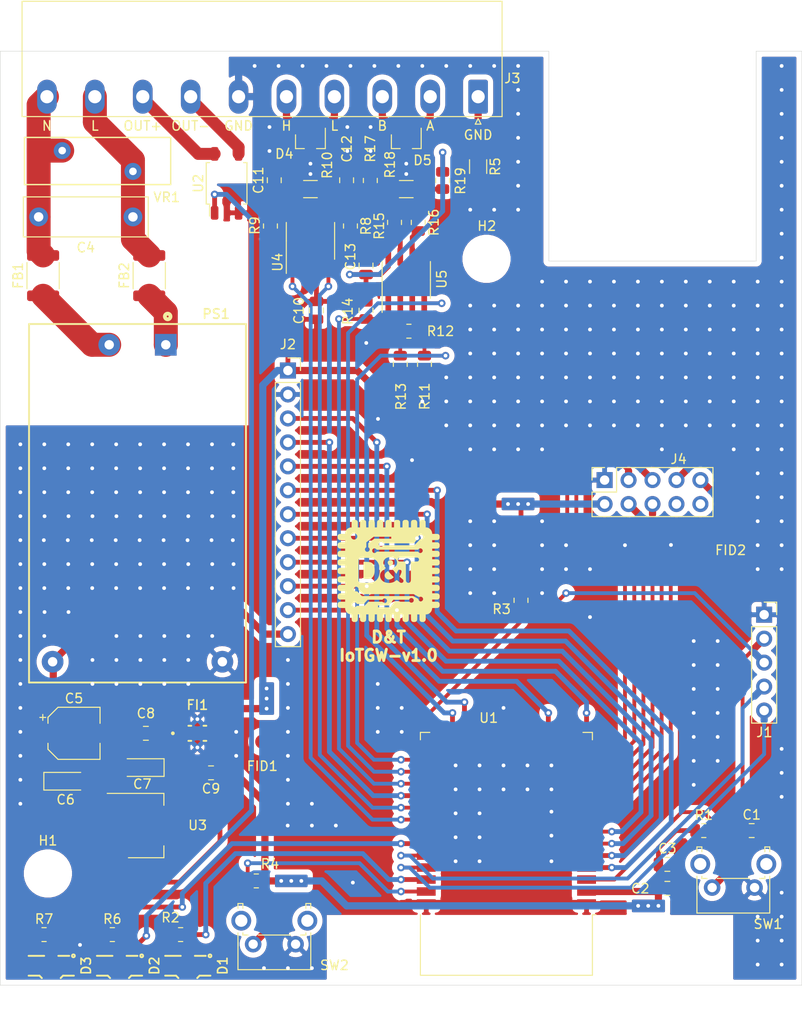
<source format=kicad_pcb>
(kicad_pcb (version 20171130) (host pcbnew 5.1.9-73d0e3b20d~88~ubuntu20.04.1)
  (layers (0 F.Cu signal) (31 B.Cu signal) (34 B.Paste user) (35 F.Paste user) (36 B.SilkS user) (37 F.SilkS user) (38 B.Mask user) (39 F.Mask user) (44 Edge.Cuts user))
  (net 0 "")
  (net 1 /EN)
  (net 2 GND)
  (net 3 +3.3V)
  (net 4 "Net-(C7-Pad1)")
  (net 5 "Net-(D3-Pad2)")
  (net 6 "Net-(FB2-Pad1)")
  (net 7 "Net-(FB1-Pad1)")
  (net 8 /LED1)
  (net 9 "Net-(D1-Pad2)")
  (net 10 "Net-(D2-Pad2)")
  (net 11 /SW_WEB)
  (net 12 CAN_RX)
  (net 13 CAN_TX)
  (net 14 485_RX)
  (net 15 485_RTS)
  (net 16 485_TX)
  (net 17 /RXD0)
  (net 18 /TXD0)
  (net 19 "Net-(D2-Pad1)")
  (net 20 /AUX1)
  (net 21 /AUX0)
  (net 22 /OUTPUT)
  (net 23 /AUX2)
  (net 24 /AUX3)
  (net 25 /AUX4)
  (net 26 AC_N)
  (net 27 AC_L)
  (net 28 CAN_H)
  (net 29 CAN_L)
  (net 30 485_B)
  (net 31 485_A)
  (net 32 /OUTPUT+)
  (net 33 /OUTPUT-)
  (net 34 "Net-(J3-Pad1)")
  (net 35 +5V)
  (net 36 "Net-(D1-Pad3)")
  (net 37 "Net-(D2-Pad3)")
  (net 38 "Net-(D3-Pad3)")
  (net 39 /IO0)
  (net 40 /AUX8)
  (net 41 /AUX7)
  (net 42 /AUX6)
  (net 43 /AUX5)
  (net 44 ETH_INT)
  (net 45 ETH_SO)
  (net 46 ETH_SCK)
  (net 47 ETH_SI)
  (net 48 ETH_RST)
  (net 49 ETH_CS)
  (net 50 "Net-(U1-Pad32)")
  (net 51 "Net-(U1-Pad22)")
  (net 52 "Net-(U1-Pad21)")
  (net 53 "Net-(U1-Pad20)")
  (net 54 "Net-(U1-Pad19)")
  (net 55 "Net-(U1-Pad18)")
  (net 56 "Net-(U1-Pad17)")
  (net 57 "Net-(J4-Pad10)")
  (net 58 "Net-(J4-Pad8)")
  (net 59 "Net-(R8-Pad1)")
  (net 60 "Net-(R9-Pad1)")
  (net 61 "Net-(R12-Pad2)")
  (net 62 "Net-(R15-Pad2)")
  (net 63 "Net-(R16-Pad2)")
  (module user-footprints:DyT_logo_top_silk (layer F.Cu) (at 141.1732 105.0798)
    (fp_text reference G*** hide)
    (fp_text value LOGO hide)
  )
  (module MountingHole:MountingHole_4mm (layer F.Cu) (at 151.5618 72.009)
    (fp_text reference H2 (at 0.0254 -3.4798 180) (layer F.SilkS))
    (fp_text value MountingHole_4mm)
    (pad 1 np_thru_hole circle (at 0 0) (size 4 4) (drill 4) (layers *.Cu *.Mask))
  )
  (module MountingHole:MountingHole_4mm (layer F.Cu) (at 105.0544 137.16)
    (fp_text reference H1 (at 0 -3.4798) (layer F.SilkS))
    (fp_text value MountingHole_4mm)
    (pad 1 np_thru_hole circle (at 0 0) (size 4 4) (drill 4) (layers *.Cu *.Mask))
  )
  (module Connector_PinSocket_2.54mm:PinSocket_2x05_P2.54mm_Vertical (layer F.Cu) (at 164.084 95.46 90)
    (fp_text reference J4 (at 2.2166 7.8486 180) (layer F.SilkS))
    (fp_text value ETH)
    (pad 10 thru_hole oval (at -2.54 10.16 90) (size 1.7 1.7) (drill 1) (layers *.Cu *.Mask) (net 57 "Net-(J4-Pad10)"))
    (pad 9 thru_hole oval (at 0 10.16 90) (size 1.7 1.7) (drill 1) (layers *.Cu *.Mask) (net 44 ETH_INT))
    (pad 8 thru_hole oval (at -2.54 7.62 90) (size 1.7 1.7) (drill 1) (layers *.Cu *.Mask) (net 58 "Net-(J4-Pad8)"))
    (pad 7 thru_hole oval (at 0 7.62 90) (size 1.7 1.7) (drill 1) (layers *.Cu *.Mask) (net 45 ETH_SO))
    (pad 6 thru_hole oval (at -2.54 5.08 90) (size 1.7 1.7) (drill 1) (layers *.Cu *.Mask) (net 47 ETH_SI))
    (pad 5 thru_hole oval (at 0 5.08 90) (size 1.7 1.7) (drill 1) (layers *.Cu *.Mask) (net 46 ETH_SCK))
    (pad 4 thru_hole oval (at -2.54 2.54 90) (size 1.7 1.7) (drill 1) (layers *.Cu *.Mask) (net 49 ETH_CS))
    (pad 3 thru_hole oval (at 0 2.54 90) (size 1.7 1.7) (drill 1) (layers *.Cu *.Mask) (net 48 ETH_RST))
    (pad 2 thru_hole oval (at -2.54 0 90) (size 1.7 1.7) (drill 1) (layers *.Cu *.Mask) (net 3 +3.3V))
    (pad 1 thru_hole rect (at 0 0 90) (size 1.7 1.7) (drill 1) (layers *.Cu *.Mask) (net 2 GND))
  )
  (module Connector_PinSocket_2.54mm:PinSocket_1x12_P2.54mm_Vertical (layer F.Cu) (at 130.5052 83.8454)
    (fp_text reference J2 (at 0 -2.77) (layer F.SilkS))
    (fp_text value AUX)
    (pad 12 thru_hole oval (at 0 27.94) (size 1.7 1.7) (drill 1) (layers *.Cu *.Mask) (net 35 +5V))
    (pad 11 thru_hole oval (at 0 25.4) (size 1.7 1.7) (drill 1) (layers *.Cu *.Mask) (net 40 /AUX8))
    (pad 10 thru_hole oval (at 0 22.86) (size 1.7 1.7) (drill 1) (layers *.Cu *.Mask) (net 41 /AUX7))
    (pad 9 thru_hole oval (at 0 20.32) (size 1.7 1.7) (drill 1) (layers *.Cu *.Mask) (net 42 /AUX6))
    (pad 8 thru_hole oval (at 0 17.78) (size 1.7 1.7) (drill 1) (layers *.Cu *.Mask) (net 43 /AUX5))
    (pad 7 thru_hole oval (at 0 15.24) (size 1.7 1.7) (drill 1) (layers *.Cu *.Mask) (net 25 /AUX4))
    (pad 6 thru_hole oval (at 0 12.7) (size 1.7 1.7) (drill 1) (layers *.Cu *.Mask) (net 24 /AUX3))
    (pad 5 thru_hole oval (at 0 10.16) (size 1.7 1.7) (drill 1) (layers *.Cu *.Mask) (net 23 /AUX2))
    (pad 4 thru_hole oval (at 0 7.62) (size 1.7 1.7) (drill 1) (layers *.Cu *.Mask) (net 20 /AUX1))
    (pad 3 thru_hole oval (at 0 5.08) (size 1.7 1.7) (drill 1) (layers *.Cu *.Mask) (net 21 /AUX0))
    (pad 2 thru_hole oval (at 0 2.54) (size 1.7 1.7) (drill 1) (layers *.Cu *.Mask) (net 2 GND))
    (pad 1 thru_hole rect (at 0 0) (size 1.7 1.7) (drill 1) (layers *.Cu *.Mask) (net 3 +3.3V))
  )
  (module user-footprints:PS2702-1-F3-K-A (layer F.Cu) (at 124.0028 64.008 90)
    (fp_text reference U2 (at 0 -3 90) (layer F.SilkS))
    (fp_text value PS2702-1)
    (pad 1 smd roundrect (at -3.125 -1.27 90) (size 1.45 0.8) (layers F.Cu F.Paste F.Mask) (net 19 "Net-(D2-Pad1)"))
    (pad 2 smd roundrect (at -3.125 1.27 90) (size 1.45 0.8) (layers F.Cu F.Paste F.Mask) (net 2 GND))
    (pad 3 smd roundrect (at 3.125 1.27 90) (size 1.45 0.8) (layers F.Cu F.Paste F.Mask) (net 33 /OUTPUT-))
    (pad 4 smd roundrect (at 3.125 -1.27 90) (size 1.45 0.8) (layers F.Cu F.Paste F.Mask) (net 32 /OUTPUT+))
  )
  (module user-footprints:LTST-S321KRKT (layer F.Cu) (at 119.888 146.939 270)
    (fp_text reference D1 (at 0 -3.7 270) (layer F.SilkS) (effects (font (thickness 0.17))))
    (fp_text value RED)
    (pad 3 smd rect (at -0.65 0 90) (size 0.9 0.9) (layers F.Cu F.Paste F.Mask) (net 36 "Net-(D1-Pad3)"))
    (pad 1 smd rect (at 0 -1.75 90) (size 1.5 1.5) (layers F.Cu F.Paste F.Mask) (net 2 GND))
    (pad 2 smd rect (at 0 1.75 90) (size 1.5 1.5) (layers F.Cu F.Paste F.Mask) (net 9 "Net-(D1-Pad2)"))
  )
  (module user-footprints:LTST-S321KRKT (layer F.Cu) (at 112.649 146.939 270)
    (fp_text reference D2 (at 0 -3.7 270) (layer F.SilkS) (effects (font (thickness 0.17))))
    (fp_text value RED)
    (pad 3 smd rect (at -0.65 0 90) (size 0.9 0.9) (layers F.Cu F.Paste F.Mask) (net 37 "Net-(D2-Pad3)"))
    (pad 1 smd rect (at 0 -1.75 90) (size 1.5 1.5) (layers F.Cu F.Paste F.Mask) (net 19 "Net-(D2-Pad1)"))
    (pad 2 smd rect (at 0 1.75 90) (size 1.5 1.5) (layers F.Cu F.Paste F.Mask) (net 10 "Net-(D2-Pad2)"))
  )
  (module user-footprints:LTST-S321KRKT (layer F.Cu) (at 105.41 146.939 270)
    (fp_text reference D3 (at 0 -3.7 270) (layer F.SilkS) (effects (font (thickness 0.17))))
    (fp_text value RED)
    (pad 3 smd rect (at -0.65 0 90) (size 0.9 0.9) (layers F.Cu F.Paste F.Mask) (net 38 "Net-(D3-Pad3)"))
    (pad 1 smd rect (at 0 -1.75 90) (size 1.5 1.5) (layers F.Cu F.Paste F.Mask) (net 2 GND))
    (pad 2 smd rect (at 0 1.75 90) (size 1.5 1.5) (layers F.Cu F.Paste F.Mask) (net 5 "Net-(D3-Pad2)"))
  )
  (module user-footprints:NFE31PT222Z1E9L (layer F.Cu) (at 120.904 122.301)
    (fp_text reference FI1 (at 0 -3) (layer F.SilkS) (effects (font (thickness 0.17))))
    (fp_text value NFE31PT222Z1E9L)
    (pad 2 thru_hole circle (at 0 1.5) (size 0.5 0.5) (drill 0.4) (layers *.Cu) (net 2 GND))
    (pad 2 thru_hole circle (at 0 -1.5) (size 0.5 0.5) (drill 0.4) (layers *.Cu) (net 2 GND))
    (pad 2 smd rect (at 0 0) (size 0.6 2.6) (layers F.Cu) (net 2 GND))
    (pad 3 smd rect (at 1.6 0) (size 1 1) (layers F.Cu F.Paste) (net 3 +3.3V))
    (pad 1 smd rect (at -1.6 0) (size 1 1) (layers F.Cu F.Paste) (net 4 "Net-(C7-Pad1)"))
  )
  (module user-footprints:1759091 (layer F.Cu) (at 150.6728 54.821 180)
    (fp_text reference J3 (at -3.6322 1.9382) (layer F.SilkS))
    (fp_text value CON)
    (pad 1 thru_hole roundrect (at 0 0 180) (size 2.08 3.6) (drill 1.4) (layers *.Cu *.Mask) (roundrect_rratio 0.1201918269230769) (net 34 "Net-(J3-Pad1)"))
    (pad 2 thru_hole oval (at 5.08 0 180) (size 2.08 3.6) (drill 1.4) (layers *.Cu *.Mask) (net 31 485_A))
    (pad 3 thru_hole oval (at 10.16 0 180) (size 2.08 3.6) (drill 1.4) (layers *.Cu *.Mask) (net 30 485_B))
    (pad 4 thru_hole oval (at 15.24 0 180) (size 2.08 3.6) (drill 1.4) (layers *.Cu *.Mask) (net 29 CAN_L))
    (pad 5 thru_hole oval (at 20.32 0 180) (size 2.08 3.6) (drill 1.4) (layers *.Cu *.Mask) (net 28 CAN_H))
    (pad 6 thru_hole oval (at 25.4 0 180) (size 2.08 3.6) (drill 1.4) (layers *.Cu *.Mask) (net 2 GND))
    (pad 7 thru_hole oval (at 30.48 0 180) (size 2.08 3.6) (drill 1.4) (layers *.Cu *.Mask) (net 33 /OUTPUT-))
    (pad 8 thru_hole oval (at 35.56 0 180) (size 2.08 3.6) (drill 1.4) (layers *.Cu *.Mask) (net 32 /OUTPUT+))
    (pad 9 thru_hole oval (at 40.64 0 180) (size 2.08 3.6) (drill 1.4) (layers *.Cu *.Mask) (net 27 AC_L))
    (pad 10 thru_hole oval (at 45.72 0 180) (size 2.08 3.6) (drill 1.4) (layers *.Cu *.Mask) (net 26 AC_N))
  )
  (module user-footprints:HLK-5M05 (layer F.Cu) (at 114.554 97.917 270)
    (fp_text reference PS1 (at -20.066 -8.3312 180) (layer F.SilkS) (effects (font (thickness 0.17))))
    (fp_text value HLK-5M05)
    (pad 4 thru_hole circle (at 16.8 9 270) (size 2.3 2.3) (drill 1) (layers *.Cu *.Mask) (net 35 +5V))
    (pad 3 thru_hole circle (at 16.8 -9 270) (size 2.3 2.3) (drill 1) (layers *.Cu *.Mask) (net 2 GND))
    (pad 2 thru_hole circle (at -16.8 3 270) (size 2.3 2.3) (drill 1) (layers *.Cu *.Mask) (net 7 "Net-(FB1-Pad1)"))
    (pad 1 thru_hole rect (at -16.8 -3 270) (size 2.3 2.3) (drill 1) (layers *.Cu *.Mask) (net 6 "Net-(FB2-Pad1)"))
  )
  (module Resistor_SMD:R_1206_3216Metric (layer F.Cu) (at 150.6728 62.23 270)
    (fp_text reference R5 (at 0 -1.82 90) (layer F.SilkS))
    (fp_text value 100R)
    (pad 2 smd roundrect (at 1.4625 0 270) (size 1.125 1.75) (layers F.Cu F.Paste F.Mask) (roundrect_rratio 0.2222204444444444) (net 2 GND))
    (pad 1 smd roundrect (at -1.4625 0 270) (size 1.125 1.75) (layers F.Cu F.Paste F.Mask) (roundrect_rratio 0.2222204444444444) (net 34 "Net-(J3-Pad1)"))
  )
  (module Resistor_SMD:R_0805_2012Metric (layer F.Cu) (at 138.7856 77.47 270)
    (fp_text reference R14 (at 0.1016 1.9304 90) (layer F.SilkS))
    (fp_text value 4K7)
    (pad 2 smd roundrect (at 0.9125 0 270) (size 1.025 1.4) (layers F.Cu F.Paste F.Mask) (roundrect_rratio 0.2439004878048781) (net 14 485_RX))
    (pad 1 smd roundrect (at -0.9125 0 270) (size 1.025 1.4) (layers F.Cu F.Paste F.Mask) (roundrect_rratio 0.2439004878048781) (net 3 +3.3V))
  )
  (module Resistor_SMD:R_0805_2012Metric (layer F.Cu) (at 142.4178 83.185 270)
    (fp_text reference R13 (at 3.429 -0.0762 90) (layer F.SilkS))
    (fp_text value 4K7)
    (pad 2 smd roundrect (at 0.9125 0 270) (size 1.025 1.4) (layers F.Cu F.Paste F.Mask) (roundrect_rratio 0.2439004878048781) (net 2 GND))
    (pad 1 smd roundrect (at -0.9125 0 270) (size 1.025 1.4) (layers F.Cu F.Paste F.Mask) (roundrect_rratio 0.2439004878048781) (net 61 "Net-(R12-Pad2)"))
  )
  (module Resistor_SMD:R_0805_2012Metric (layer F.Cu) (at 143.3322 79.6798 180)
    (fp_text reference R12 (at -3.3528 0) (layer F.SilkS))
    (fp_text value 0R)
    (pad 1 smd roundrect (at -0.9125 0 180) (size 1.025 1.4) (layers F.Cu F.Paste F.Mask) (roundrect_rratio 0.2439004878048781) (net 15 485_RTS))
    (pad 2 smd roundrect (at 0.9125 0 180) (size 1.025 1.4) (layers F.Cu F.Paste F.Mask) (roundrect_rratio 0.2439004878048781) (net 61 "Net-(R12-Pad2)"))
  )
  (module Resistor_SMD:R_0805_2012Metric (layer F.Cu) (at 144.9832 83.185 270)
    (fp_text reference R11 (at 3.4036 -0.0254 90) (layer F.SilkS))
    (fp_text value 4K7)
    (pad 2 smd roundrect (at 0.9125 0 270) (size 1.025 1.4) (layers F.Cu F.Paste F.Mask) (roundrect_rratio 0.2439004878048781) (net 2 GND))
    (pad 1 smd roundrect (at -0.9125 0 270) (size 1.025 1.4) (layers F.Cu F.Paste F.Mask) (roundrect_rratio 0.2439004878048781) (net 15 485_RTS))
  )
  (module RF_Module:ESP32-WROOM-32 (layer F.Cu) (at 153.67 132.087 180)
    (fp_text reference U1 (at 1.8796 11.4116 180) (layer F.SilkS))
    (fp_text value ESP32-WROOM-32E)
    (pad 38 smd rect (at 8.5 -8.255 180) (size 2 0.9) (layers F.Cu F.Paste F.Mask) (net 2 GND))
    (pad 37 smd rect (at 8.5 -6.985 180) (size 2 0.9) (layers F.Cu F.Paste F.Mask) (net 11 /SW_WEB))
    (pad 36 smd rect (at 8.5 -5.715 180) (size 2 0.9) (layers F.Cu F.Paste F.Mask) (net 8 /LED1))
    (pad 35 smd rect (at 8.5 -4.445 180) (size 2 0.9) (layers F.Cu F.Paste F.Mask) (net 18 /TXD0))
    (pad 34 smd rect (at 8.5 -3.175 180) (size 2 0.9) (layers F.Cu F.Paste F.Mask) (net 17 /RXD0))
    (pad 33 smd rect (at 8.5 -1.905 180) (size 2 0.9) (layers F.Cu F.Paste F.Mask) (net 22 /OUTPUT))
    (pad 32 smd rect (at 8.5 -0.635 180) (size 2 0.9) (layers F.Cu F.Paste F.Mask) (net 50 "Net-(U1-Pad32)"))
    (pad 31 smd rect (at 8.5 0.635 180) (size 2 0.9) (layers F.Cu F.Paste F.Mask) (net 13 CAN_TX))
    (pad 30 smd rect (at 8.5 1.905 180) (size 2 0.9) (layers F.Cu F.Paste F.Mask) (net 12 CAN_RX))
    (pad 29 smd rect (at 8.5 3.175 180) (size 2 0.9) (layers F.Cu F.Paste F.Mask) (net 20 /AUX1))
    (pad 28 smd rect (at 8.5 4.445 180) (size 2 0.9) (layers F.Cu F.Paste F.Mask) (net 14 485_RX))
    (pad 27 smd rect (at 8.5 5.715 180) (size 2 0.9) (layers F.Cu F.Paste F.Mask) (net 16 485_TX))
    (pad 26 smd rect (at 8.5 6.985 180) (size 2 0.9) (layers F.Cu F.Paste F.Mask) (net 15 485_RTS))
    (pad 25 smd rect (at 8.5 8.255 180) (size 2 0.9) (layers F.Cu F.Paste F.Mask) (net 39 /IO0))
    (pad 24 smd rect (at 5.715 9.255 270) (size 2 0.9) (layers F.Cu F.Paste F.Mask) (net 41 /AUX7))
    (pad 23 smd rect (at 4.445 9.255 270) (size 2 0.9) (layers F.Cu F.Paste F.Mask) (net 21 /AUX0))
    (pad 22 smd rect (at 3.175 9.255 270) (size 2 0.9) (layers F.Cu F.Paste F.Mask) (net 51 "Net-(U1-Pad22)"))
    (pad 21 smd rect (at 1.905 9.255 270) (size 2 0.9) (layers F.Cu F.Paste F.Mask) (net 52 "Net-(U1-Pad21)"))
    (pad 20 smd rect (at 0.635 9.255 270) (size 2 0.9) (layers F.Cu F.Paste F.Mask) (net 53 "Net-(U1-Pad20)"))
    (pad 19 smd rect (at -0.635 9.255 270) (size 2 0.9) (layers F.Cu F.Paste F.Mask) (net 54 "Net-(U1-Pad19)"))
    (pad 18 smd rect (at -1.905 9.255 270) (size 2 0.9) (layers F.Cu F.Paste F.Mask) (net 55 "Net-(U1-Pad18)"))
    (pad 17 smd rect (at -3.175 9.255 270) (size 2 0.9) (layers F.Cu F.Paste F.Mask) (net 56 "Net-(U1-Pad17)"))
    (pad 16 smd rect (at -4.445 9.255 270) (size 2 0.9) (layers F.Cu F.Paste F.Mask) (net 23 /AUX2))
    (pad 15 smd rect (at -5.715 9.255 270) (size 2 0.9) (layers F.Cu F.Paste F.Mask) (net 2 GND))
    (pad 14 smd rect (at -8.5 8.255 180) (size 2 0.9) (layers F.Cu F.Paste F.Mask) (net 40 /AUX8))
    (pad 13 smd rect (at -8.5 6.985 180) (size 2 0.9) (layers F.Cu F.Paste F.Mask) (net 46 ETH_SCK))
    (pad 12 smd rect (at -8.5 5.715 180) (size 2 0.9) (layers F.Cu F.Paste F.Mask) (net 48 ETH_RST))
    (pad 11 smd rect (at -8.5 4.445 180) (size 2 0.9) (layers F.Cu F.Paste F.Mask) (net 49 ETH_CS))
    (pad 10 smd rect (at -8.5 3.175 180) (size 2 0.9) (layers F.Cu F.Paste F.Mask) (net 47 ETH_SI))
    (pad 9 smd rect (at -8.5 1.905 180) (size 2 0.9) (layers F.Cu F.Paste F.Mask) (net 44 ETH_INT))
    (pad 8 smd rect (at -8.5 0.635 180) (size 2 0.9) (layers F.Cu F.Paste F.Mask) (net 45 ETH_SO))
    (pad 7 smd rect (at -8.5 -0.635 180) (size 2 0.9) (layers F.Cu F.Paste F.Mask) (net 42 /AUX6))
    (pad 6 smd rect (at -8.5 -1.905 180) (size 2 0.9) (layers F.Cu F.Paste F.Mask) (net 43 /AUX5))
    (pad 5 smd rect (at -8.5 -3.175 180) (size 2 0.9) (layers F.Cu F.Paste F.Mask) (net 25 /AUX4))
    (pad 4 smd rect (at -8.5 -4.445 180) (size 2 0.9) (layers F.Cu F.Paste F.Mask) (net 24 /AUX3))
    (pad 3 smd rect (at -8.5 -5.715 180) (size 2 0.9) (layers F.Cu F.Paste F.Mask) (net 1 /EN))
    (pad 2 smd rect (at -8.5 -6.985 180) (size 2 0.9) (layers F.Cu F.Paste F.Mask) (net 3 +3.3V))
    (pad 1 smd rect (at -8.5 -8.255 180) (size 2 0.9) (layers F.Cu F.Paste F.Mask) (net 2 GND))
    (pad 39 smd rect (at -1 -0.755 180) (size 5 5) (layers F.Cu F.Paste F.Mask) (net 2 GND))
  )
  (module Capacitor_SMD:C_0805_2012Metric (layer F.Cu) (at 179.6796 132.6134)
    (fp_text reference C1 (at 0 -1.68) (layer F.SilkS))
    (fp_text value 100nF)
    (pad 1 smd roundrect (at -0.95 0) (size 1 1.45) (layers F.Cu F.Paste F.Mask) (net 1 /EN))
    (pad 2 smd roundrect (at 0.95 0) (size 1 1.45) (layers F.Cu F.Paste F.Mask) (net 2 GND))
  )
  (module Capacitor_SMD:C_0805_2012Metric (layer F.Cu) (at 170.7388 138.7348)
    (fp_text reference C2 (at -2.8702 0.0254) (layer F.SilkS))
    (fp_text value 100nF)
    (pad 2 smd roundrect (at 0.95 0) (size 1 1.45) (layers F.Cu F.Paste F.Mask) (net 2 GND))
    (pad 1 smd roundrect (at -0.95 0) (size 1 1.45) (layers F.Cu F.Paste F.Mask) (net 3 +3.3V))
  )
  (module Capacitor_SMD:C_0805_2012Metric (layer F.Cu) (at 170.7388 136.1948)
    (fp_text reference C3 (at 0 -1.68) (layer F.SilkS))
    (fp_text value 100nF)
    (pad 2 smd roundrect (at 0.95 0) (size 1 1.45) (layers F.Cu F.Paste F.Mask) (net 2 GND))
    (pad 1 smd roundrect (at -0.95 0) (size 1 1.45) (layers F.Cu F.Paste F.Mask) (net 3 +3.3V))
  )
  (module Capacitor_THT:C_Rect_L13.0mm_W4.0mm_P10.00mm_FKS3_FKP3_MKS4 (layer F.Cu) (at 114.0714 67.564 180)
    (fp_text reference C4 (at 5 -3.25) (layer F.SilkS))
    (fp_text value "10nF/330V Poly")
    (pad 2 thru_hole circle (at 10 0 180) (size 2 2) (drill 1) (layers *.Cu *.Mask) (net 26 AC_N))
    (pad 1 thru_hole circle (at 0 0 180) (size 2 2) (drill 1) (layers *.Cu *.Mask) (net 27 AC_L))
  )
  (module Capacitor_SMD:CP_Elec_5x5.4 (layer F.Cu) (at 107.823 122.301)
    (fp_text reference C5 (at 0 -3.7) (layer F.SilkS))
    (fp_text value 47uF/16V)
    (pad 1 smd roundrect (at -2.2 0) (size 3 1.6) (layers F.Cu F.Paste F.Mask) (roundrect_rratio 0.15625) (net 35 +5V))
    (pad 2 smd roundrect (at 2.2 0) (size 3 1.6) (layers F.Cu F.Paste F.Mask) (roundrect_rratio 0.15625) (net 2 GND))
  )
  (module Capacitor_Tantalum_SMD:CP_EIA-3216-18_Kemet-A (layer F.Cu) (at 106.934 127.381)
    (fp_text reference C6 (at 0 1.9558) (layer F.SilkS))
    (fp_text value "10uF/10V Tant")
    (pad 1 smd roundrect (at -1.35 0) (size 1.4 1.35) (layers F.Cu F.Paste F.Mask) (roundrect_rratio 0.1851844444444445) (net 35 +5V))
    (pad 2 smd roundrect (at 1.35 0) (size 1.4 1.35) (layers F.Cu F.Paste F.Mask) (roundrect_rratio 0.1851844444444445) (net 2 GND))
  )
  (module Capacitor_Tantalum_SMD:CP_EIA-3216-18_Kemet-A (layer F.Cu) (at 115.062 125.9332 180)
    (fp_text reference C7 (at 0 -1.75) (layer F.SilkS))
    (fp_text value "10uF/10V Tant")
    (pad 1 smd roundrect (at -1.35 0 180) (size 1.4 1.35) (layers F.Cu F.Paste F.Mask) (roundrect_rratio 0.1851844444444445) (net 4 "Net-(C7-Pad1)"))
    (pad 2 smd roundrect (at 1.35 0 180) (size 1.4 1.35) (layers F.Cu F.Paste F.Mask) (roundrect_rratio 0.1851844444444445) (net 2 GND))
  )
  (module Capacitor_SMD:C_0805_2012Metric (layer F.Cu) (at 115.443 122.301 180)
    (fp_text reference C8 (at 0 2.1082) (layer F.SilkS))
    (fp_text value 100nF)
    (pad 2 smd roundrect (at 0.95 0 180) (size 1 1.45) (layers F.Cu F.Paste F.Mask) (net 2 GND))
    (pad 1 smd roundrect (at -0.95 0 180) (size 1 1.45) (layers F.Cu F.Paste F.Mask) (net 4 "Net-(C7-Pad1)"))
  )
  (module Capacitor_SMD:C_0805_2012Metric (layer F.Cu) (at 122.3518 126.492 180)
    (fp_text reference C9 (at 0 -1.68) (layer F.SilkS))
    (fp_text value 100nF)
    (pad 2 smd roundrect (at 0.95 0 180) (size 1 1.45) (layers F.Cu F.Paste F.Mask) (net 2 GND))
    (pad 1 smd roundrect (at -0.95 0 180) (size 1 1.45) (layers F.Cu F.Paste F.Mask) (net 3 +3.3V))
  )
  (module Capacitor_SMD:C_0805_2012Metric (layer F.Cu) (at 133.5278 77.47 270)
    (fp_text reference C10 (at 0.0254 1.8542 90) (layer F.SilkS))
    (fp_text value 100nF)
    (pad 2 smd roundrect (at 0.95 0 270) (size 1 1.45) (layers F.Cu F.Paste F.Mask) (net 2 GND))
    (pad 1 smd roundrect (at -0.95 0 270) (size 1 1.45) (layers F.Cu F.Paste F.Mask) (net 3 +3.3V))
  )
  (module Capacitor_SMD:C_0805_2012Metric (layer F.Cu) (at 129.0574 63.6778 90)
    (fp_text reference C11 (at 0 -1.68 90) (layer F.SilkS))
    (fp_text value 47pF)
    (pad 1 smd roundrect (at -0.95 0 90) (size 1 1.45) (layers F.Cu F.Paste F.Mask) (net 28 CAN_H))
    (pad 2 smd roundrect (at 0.95 0 90) (size 1 1.45) (layers F.Cu F.Paste F.Mask) (net 2 GND))
  )
  (module Capacitor_SMD:C_0805_2012Metric (layer F.Cu) (at 136.7282 63.6778 90)
    (fp_text reference C12 (at 3.3274 0.0254 90) (layer F.SilkS))
    (fp_text value 47pF)
    (pad 1 smd roundrect (at -0.95 0 90) (size 1 1.45) (layers F.Cu F.Paste F.Mask) (net 29 CAN_L))
    (pad 2 smd roundrect (at 0.95 0 90) (size 1 1.45) (layers F.Cu F.Paste F.Mask) (net 2 GND))
  )
  (module Capacitor_SMD:C_0805_2012Metric (layer F.Cu) (at 138.7856 72.7202 90)
    (fp_text reference C13 (at 0.9398 -1.651 90) (layer F.SilkS))
    (fp_text value 100nF)
    (pad 2 smd roundrect (at 0.95 0 90) (size 1 1.45) (layers F.Cu F.Paste F.Mask) (net 2 GND))
    (pad 1 smd roundrect (at -0.95 0 90) (size 1 1.45) (layers F.Cu F.Paste F.Mask) (net 3 +3.3V))
  )
  (module Package_TO_SOT_SMD:SOT-23 (layer F.Cu) (at 132.8928 59.563 270)
    (fp_text reference D4 (at 1.3208 2.7686 180) (layer F.SilkS))
    (fp_text value PESD2CAN)
    (pad 3 smd rect (at 1 0 270) (size 0.9 0.8) (layers F.Cu F.Paste F.Mask) (net 2 GND))
    (pad 2 smd rect (at -1 0.95 270) (size 0.9 0.8) (layers F.Cu F.Paste F.Mask) (net 28 CAN_H))
    (pad 1 smd rect (at -1 -0.95 270) (size 0.9 0.8) (layers F.Cu F.Paste F.Mask) (net 29 CAN_L))
  )
  (module Package_TO_SOT_SMD:SOT-23 (layer F.Cu) (at 143.0528 59.563 270)
    (fp_text reference D5 (at 2.0066 -1.7272 180) (layer F.SilkS))
    (fp_text value SM712)
    (pad 3 smd rect (at 1 0 270) (size 0.9 0.8) (layers F.Cu F.Paste F.Mask) (net 2 GND))
    (pad 2 smd rect (at -1 0.95 270) (size 0.9 0.8) (layers F.Cu F.Paste F.Mask) (net 30 485_B))
    (pad 1 smd rect (at -1 -0.95 270) (size 0.9 0.8) (layers F.Cu F.Paste F.Mask) (net 31 485_A))
  )
  (module Inductor_SMD:L_1812_4532Metric (layer F.Cu) (at 104.5464 73.787 90)
    (fp_text reference FB1 (at 0 -2.65 90) (layer F.SilkS))
    (fp_text value HI1812V101R-10)
    (pad 2 smd roundrect (at 2.1375 0 90) (size 1.125 3.4) (layers F.Cu F.Paste F.Mask) (roundrect_rratio 0.2222204444444444) (net 26 AC_N))
    (pad 1 smd roundrect (at -2.1375 0 90) (size 1.125 3.4) (layers F.Cu F.Paste F.Mask) (roundrect_rratio 0.2222204444444444) (net 7 "Net-(FB1-Pad1)"))
  )
  (module Inductor_SMD:L_1812_4532Metric (layer F.Cu) (at 115.7986 73.787 90)
    (fp_text reference FB2 (at 0 -2.65 90) (layer F.SilkS))
    (fp_text value HI1812V101R-10)
    (pad 1 smd roundrect (at -2.1375 0 90) (size 1.125 3.4) (layers F.Cu F.Paste F.Mask) (roundrect_rratio 0.2222204444444444) (net 6 "Net-(FB2-Pad1)"))
    (pad 2 smd roundrect (at 2.1375 0 90) (size 1.125 3.4) (layers F.Cu F.Paste F.Mask) (roundrect_rratio 0.2222204444444444) (net 27 AC_L))
  )
  (module Fiducial:Fiducial_1.5mm_Mask3mm (layer F.Cu) (at 127.7874 123.19 90)
    (fp_text reference FID1 (at -2.5908 0 180) (layer F.SilkS))
    (fp_text value Fiducial)
    (pad "" smd circle (at 0 0 90) (size 1.5 1.5) (layers F.Cu F.Mask) (clearance 0.75))
  )
  (module Fiducial:Fiducial_1.5mm_Mask3mm (layer F.Cu) (at 177.3428 105.5116)
    (fp_text reference FID2 (at 0.1016 -2.6162) (layer F.SilkS))
    (fp_text value Fiducial)
    (pad "" smd circle (at 0 0) (size 1.5 1.5) (layers F.Cu F.Mask) (clearance 0.75))
  )
  (module Connector_PinSocket_2.54mm:PinSocket_1x05_P2.54mm_Vertical (layer F.Cu) (at 181 109.728)
    (fp_text reference J1 (at 0.0258 12.4714) (layer F.SilkS))
    (fp_text value PROG)
    (pad 5 thru_hole oval (at 0 10.16) (size 1.7 1.7) (drill 1) (layers *.Cu *.Mask) (net 18 /TXD0))
    (pad 4 thru_hole oval (at 0 7.62) (size 1.7 1.7) (drill 1) (layers *.Cu *.Mask) (net 17 /RXD0))
    (pad 3 thru_hole oval (at 0 5.08) (size 1.7 1.7) (drill 1) (layers *.Cu *.Mask) (net 39 /IO0))
    (pad 2 thru_hole oval (at 0 2.54) (size 1.7 1.7) (drill 1) (layers *.Cu *.Mask) (net 1 /EN))
    (pad 1 thru_hole rect (at 0 0) (size 1.7 1.7) (drill 1) (layers *.Cu *.Mask) (net 2 GND))
  )
  (module Resistor_SMD:R_0805_2012Metric (layer F.Cu) (at 174.5996 132.6134)
    (fp_text reference R1 (at 0 -1.65) (layer F.SilkS))
    (fp_text value 4K7)
    (pad 1 smd roundrect (at -0.9125 0) (size 1.025 1.4) (layers F.Cu F.Paste F.Mask) (roundrect_rratio 0.2439004878048781) (net 3 +3.3V))
    (pad 2 smd roundrect (at 0.9125 0) (size 1.025 1.4) (layers F.Cu F.Paste F.Mask) (roundrect_rratio 0.2439004878048781) (net 1 /EN))
  )
  (module Resistor_SMD:R_0805_2012Metric (layer F.Cu) (at 119.126 143.637 180)
    (fp_text reference R2 (at 1.0668 1.8034) (layer F.SilkS))
    (fp_text value 470R)
    (pad 1 smd roundrect (at -0.9125 0 180) (size 1.025 1.4) (layers F.Cu F.Paste F.Mask) (roundrect_rratio 0.2439004878048781) (net 8 /LED1))
    (pad 2 smd roundrect (at 0.9125 0 180) (size 1.025 1.4) (layers F.Cu F.Paste F.Mask) (roundrect_rratio 0.2439004878048781) (net 9 "Net-(D1-Pad2)"))
  )
  (module Resistor_SMD:R_0805_2012Metric (layer F.Cu) (at 155.2194 108.204 270)
    (fp_text reference R3 (at 0.9398 2.0574 180) (layer F.SilkS))
    (fp_text value 4K7)
    (pad 1 smd roundrect (at -0.9125 0 270) (size 1.025 1.4) (layers F.Cu F.Paste F.Mask) (roundrect_rratio 0.2439004878048781) (net 3 +3.3V))
    (pad 2 smd roundrect (at 0.9125 0 270) (size 1.025 1.4) (layers F.Cu F.Paste F.Mask) (roundrect_rratio 0.2439004878048781) (net 39 /IO0))
  )
  (module Resistor_SMD:R_0805_2012Metric (layer F.Cu) (at 127.1524 137.9474 180)
    (fp_text reference R4 (at -1.4478 1.8034) (layer F.SilkS))
    (fp_text value 4K7)
    (pad 1 smd roundrect (at -0.9125 0 180) (size 1.025 1.4) (layers F.Cu F.Paste F.Mask) (roundrect_rratio 0.2439004878048781) (net 3 +3.3V))
    (pad 2 smd roundrect (at 0.9125 0 180) (size 1.025 1.4) (layers F.Cu F.Paste F.Mask) (roundrect_rratio 0.2439004878048781) (net 11 /SW_WEB))
  )
  (module Resistor_SMD:R_0805_2012Metric (layer F.Cu) (at 111.887 143.637)
    (fp_text reference R6 (at 0 -1.65) (layer F.SilkS))
    (fp_text value 47R)
    (pad 2 smd roundrect (at 0.9125 0) (size 1.025 1.4) (layers F.Cu F.Paste F.Mask) (roundrect_rratio 0.2439004878048781) (net 22 /OUTPUT))
    (pad 1 smd roundrect (at -0.9125 0) (size 1.025 1.4) (layers F.Cu F.Paste F.Mask) (roundrect_rratio 0.2439004878048781) (net 10 "Net-(D2-Pad2)"))
  )
  (module Resistor_SMD:R_0805_2012Metric (layer F.Cu) (at 104.648 143.637)
    (fp_text reference R7 (at 0 -1.65) (layer F.SilkS))
    (fp_text value 470R)
    (pad 2 smd roundrect (at 0.9125 0) (size 1.025 1.4) (layers F.Cu F.Paste F.Mask) (roundrect_rratio 0.2439004878048781) (net 3 +3.3V))
    (pad 1 smd roundrect (at -0.9125 0) (size 1.025 1.4) (layers F.Cu F.Paste F.Mask) (roundrect_rratio 0.2439004878048781) (net 5 "Net-(D3-Pad2)"))
  )
  (module Resistor_SMD:R_0805_2012Metric (layer F.Cu) (at 137.1346 68.5292 270)
    (fp_text reference R8 (at 0 -1.65 90) (layer F.SilkS))
    (fp_text value 4K7)
    (pad 2 smd roundrect (at 0.9125 0 270) (size 1.025 1.4) (layers F.Cu F.Paste F.Mask) (roundrect_rratio 0.2439004878048781) (net 2 GND))
    (pad 1 smd roundrect (at -0.9125 0 270) (size 1.025 1.4) (layers F.Cu F.Paste F.Mask) (roundrect_rratio 0.2439004878048781) (net 59 "Net-(R8-Pad1)"))
  )
  (module Resistor_SMD:R_0805_2012Metric (layer F.Cu) (at 128.651 68.5292 270)
    (fp_text reference R9 (at -0.0508 1.651 90) (layer F.SilkS))
    (fp_text value 4K7)
    (pad 2 smd roundrect (at 0.9125 0 270) (size 1.025 1.4) (layers F.Cu F.Paste F.Mask) (roundrect_rratio 0.2439004878048781) (net 2 GND))
    (pad 1 smd roundrect (at -0.9125 0 270) (size 1.025 1.4) (layers F.Cu F.Paste F.Mask) (roundrect_rratio 0.2439004878048781) (net 60 "Net-(R9-Pad1)"))
  )
  (module Resistor_SMD:R_1206_3216Metric (layer F.Cu) (at 132.8928 64.6176)
    (fp_text reference R10 (at 1.778 -2.54 270) (layer F.SilkS))
    (fp_text value 120R)
    (pad 1 smd roundrect (at -1.4625 0) (size 1.125 1.75) (layers F.Cu F.Paste F.Mask) (roundrect_rratio 0.2222204444444444) (net 28 CAN_H))
    (pad 2 smd roundrect (at 1.4625 0) (size 1.125 1.75) (layers F.Cu F.Paste F.Mask) (roundrect_rratio 0.2222204444444444) (net 29 CAN_L))
  )
  (module Resistor_SMD:R_0805_2012Metric (layer F.Cu) (at 141.8082 68.1482 270)
    (fp_text reference R15 (at 0.381 1.6256 90) (layer F.SilkS))
    (fp_text value 10R)
    (pad 1 smd roundrect (at -0.9125 0 270) (size 1.025 1.4) (layers F.Cu F.Paste F.Mask) (roundrect_rratio 0.2439004878048781) (net 30 485_B))
    (pad 2 smd roundrect (at 0.9125 0 270) (size 1.025 1.4) (layers F.Cu F.Paste F.Mask) (roundrect_rratio 0.2439004878048781) (net 62 "Net-(R15-Pad2)"))
  )
  (module Resistor_SMD:R_0805_2012Metric (layer F.Cu) (at 144.3228 68.1482 270)
    (fp_text reference R16 (at 0 -1.65 90) (layer F.SilkS))
    (fp_text value 10R)
    (pad 2 smd roundrect (at 0.9125 0 270) (size 1.025 1.4) (layers F.Cu F.Paste F.Mask) (roundrect_rratio 0.2439004878048781) (net 63 "Net-(R16-Pad2)"))
    (pad 1 smd roundrect (at -0.9125 0 270) (size 1.025 1.4) (layers F.Cu F.Paste F.Mask) (roundrect_rratio 0.2439004878048781) (net 31 485_A))
  )
  (module Resistor_SMD:R_0805_2012Metric (layer F.Cu) (at 139.2428 63.7032 270)
    (fp_text reference R17 (at -3.3528 0 90) (layer F.SilkS))
    (fp_text value 560R)
    (pad 1 smd roundrect (at -0.9125 0 270) (size 1.025 1.4) (layers F.Cu F.Paste F.Mask) (roundrect_rratio 0.2439004878048781) (net 2 GND))
    (pad 2 smd roundrect (at 0.9125 0 270) (size 1.025 1.4) (layers F.Cu F.Paste F.Mask) (roundrect_rratio 0.2439004878048781) (net 30 485_B))
  )
  (module Resistor_SMD:R_1206_3216Metric (layer F.Cu) (at 143.0528 64.6176)
    (fp_text reference R18 (at -1.7272 -2.5908 90) (layer F.SilkS))
    (fp_text value 120R)
    (pad 2 smd roundrect (at 1.4625 0) (size 1.125 1.75) (layers F.Cu F.Paste F.Mask) (roundrect_rratio 0.2222204444444444) (net 31 485_A))
    (pad 1 smd roundrect (at -1.4625 0) (size 1.125 1.75) (layers F.Cu F.Paste F.Mask) (roundrect_rratio 0.2222204444444444) (net 30 485_B))
  )
  (module Resistor_SMD:R_0805_2012Metric (layer F.Cu) (at 146.9136 63.7032 90)
    (fp_text reference R19 (at -0.0508 1.8796 90) (layer F.SilkS))
    (fp_text value 560R)
    (pad 2 smd roundrect (at 0.9125 0 90) (size 1.025 1.4) (layers F.Cu F.Paste F.Mask) (roundrect_rratio 0.2439004878048781) (net 3 +3.3V))
    (pad 1 smd roundrect (at -0.9125 0 90) (size 1.025 1.4) (layers F.Cu F.Paste F.Mask) (roundrect_rratio 0.2439004878048781) (net 31 485_A))
  )
  (module Button_Switch_THT:SW_Tactile_SPST_Angled_PTS645Vx83-2LFS (layer F.Cu) (at 179.9844 138.653 180)
    (fp_text reference SW1 (at -1.4224 -3.8664) (layer F.SilkS))
    (fp_text value SW)
    (pad "" thru_hole circle (at -1.25 2.49 180) (size 2.1 2.1) (drill 1.3) (layers *.Cu *.Mask))
    (pad 1 thru_hole circle (at 0 0 180) (size 1.75 1.75) (drill 0.99) (layers *.Cu *.Mask) (net 2 GND))
    (pad 2 thru_hole circle (at 4.5 0 180) (size 1.75 1.75) (drill 0.99) (layers *.Cu *.Mask) (net 1 /EN))
    (pad "" thru_hole circle (at 5.76 2.49 180) (size 2.1 2.1) (drill 1.3) (layers *.Cu *.Mask))
  )
  (module Button_Switch_THT:SW_Tactile_SPST_Angled_PTS645Vx83-2LFS (layer F.Cu) (at 131.318 144.653 180)
    (fp_text reference SW2 (at -4.1148 -2.2352) (layer F.SilkS))
    (fp_text value SW)
    (pad "" thru_hole circle (at -1.25 2.49 180) (size 2.1 2.1) (drill 1.3) (layers *.Cu *.Mask))
    (pad 1 thru_hole circle (at 0 0 180) (size 1.75 1.75) (drill 0.99) (layers *.Cu *.Mask) (net 2 GND))
    (pad 2 thru_hole circle (at 4.5 0 180) (size 1.75 1.75) (drill 0.99) (layers *.Cu *.Mask) (net 11 /SW_WEB))
    (pad "" thru_hole circle (at 5.76 2.49 180) (size 2.1 2.1) (drill 1.3) (layers *.Cu *.Mask))
  )
  (module Package_TO_SOT_SMD:SOT-223-3_TabPin2 (layer F.Cu) (at 115.443 132.08)
    (fp_text reference U3 (at 5.4864 -0.0254) (layer F.SilkS))
    (fp_text value LM1117-3.3)
    (pad 2 smd rect (at 3.15 0) (size 2 3.8) (layers F.Cu F.Paste F.Mask) (net 4 "Net-(C7-Pad1)"))
    (pad 2 smd rect (at -3.15 0) (size 2 1.5) (layers F.Cu F.Paste F.Mask) (net 4 "Net-(C7-Pad1)"))
    (pad 3 smd rect (at -3.15 2.3) (size 2 1.5) (layers F.Cu F.Paste F.Mask) (net 35 +5V))
    (pad 1 smd rect (at -3.15 -2.3) (size 2 1.5) (layers F.Cu F.Paste F.Mask) (net 2 GND))
  )
  (module Package_SO:SOIC-8_3.9x4.9mm_P1.27mm (layer F.Cu) (at 132.8928 70.104 90)
    (fp_text reference U4 (at -2.2606 -3.4798 90) (layer F.SilkS))
    (fp_text value TCAN334)
    (pad 8 smd roundrect (at 2.475 -1.905 90) (size 1.95 0.6) (layers F.Cu F.Paste F.Mask) (net 60 "Net-(R9-Pad1)"))
    (pad 7 smd roundrect (at 2.475 -0.635 90) (size 1.95 0.6) (layers F.Cu F.Paste F.Mask) (net 28 CAN_H))
    (pad 6 smd roundrect (at 2.475 0.635 90) (size 1.95 0.6) (layers F.Cu F.Paste F.Mask) (net 29 CAN_L))
    (pad 5 smd roundrect (at 2.475 1.905 90) (size 1.95 0.6) (layers F.Cu F.Paste F.Mask) (net 59 "Net-(R8-Pad1)"))
    (pad 4 smd roundrect (at -2.475 1.905 90) (size 1.95 0.6) (layers F.Cu F.Paste F.Mask) (net 12 CAN_RX))
    (pad 3 smd roundrect (at -2.475 0.635 90) (size 1.95 0.6) (layers F.Cu F.Paste F.Mask) (net 3 +3.3V))
    (pad 2 smd roundrect (at -2.475 -0.635 90) (size 1.95 0.6) (layers F.Cu F.Paste F.Mask) (net 2 GND))
    (pad 1 smd roundrect (at -2.475 -1.905 90) (size 1.95 0.6) (layers F.Cu F.Paste F.Mask) (net 13 CAN_TX))
  )
  (module Package_SO:SOIC-8_3.9x4.9mm_P1.27mm (layer F.Cu) (at 143.0528 74.2442 90)
    (fp_text reference U5 (at 0.0762 3.7592 90) (layer F.SilkS))
    (fp_text value SN65HVD75)
    (pad 1 smd roundrect (at -2.475 -1.905 90) (size 1.95 0.6) (layers F.Cu F.Paste F.Mask) (net 14 485_RX))
    (pad 2 smd roundrect (at -2.475 -0.635 90) (size 1.95 0.6) (layers F.Cu F.Paste F.Mask) (net 61 "Net-(R12-Pad2)"))
    (pad 3 smd roundrect (at -2.475 0.635 90) (size 1.95 0.6) (layers F.Cu F.Paste F.Mask) (net 15 485_RTS))
    (pad 4 smd roundrect (at -2.475 1.905 90) (size 1.95 0.6) (layers F.Cu F.Paste F.Mask) (net 16 485_TX))
    (pad 5 smd roundrect (at 2.475 1.905 90) (size 1.95 0.6) (layers F.Cu F.Paste F.Mask) (net 2 GND))
    (pad 6 smd roundrect (at 2.475 0.635 90) (size 1.95 0.6) (layers F.Cu F.Paste F.Mask) (net 63 "Net-(R16-Pad2)"))
    (pad 7 smd roundrect (at 2.475 -0.635 90) (size 1.95 0.6) (layers F.Cu F.Paste F.Mask) (net 62 "Net-(R15-Pad2)"))
    (pad 8 smd roundrect (at 2.475 -1.905 90) (size 1.95 0.6) (layers F.Cu F.Paste F.Mask) (net 3 +3.3V))
  )
  (module Varistor:RV_Disc_D15.5mm_W5mm_P7.5mm (layer F.Cu) (at 114.0714 62.738 180)
    (fp_text reference VR1 (at -3.5814 -2.7432) (layer F.SilkS))
    (fp_text value S14K275)
    (pad 2 thru_hole circle (at 7.5 2.2 180) (size 1.8 1.8) (drill 0.8) (layers *.Cu *.Mask) (net 26 AC_N))
    (pad 1 thru_hole circle (at 0 0 180) (size 1.8 1.8) (drill 0.8) (layers *.Cu *.Mask) (net 27 AC_L))
  )
  (gr_line (start 180.1556 50) (end 185 50) (layer Edge.Cuts) (width 0.05))
  (gr_line (start 158.1724 72.2476) (end 158.1724 50) (layer Edge.Cuts) (width 0.05))
  (gr_line (start 180.1556 72.2476) (end 180.1556 50) (layer Edge.Cuts) (width 0.05))
  (gr_line (start 165.3286 72.2476) (end 158.1724 72.2476) (layer Edge.Cuts) (width 0.05))
  (gr_line (start 173.6852 72.2476) (end 180.1556 72.2476) (layer Edge.Cuts) (width 0.05))
  (gr_line (start 165.3286 72.2476) (end 173.6852 72.2476) (layer Edge.Cuts) (width 0.05))
  (gr_text N (at 104.9528 57.912) (layer F.SilkS) (effects (font (size 1 1))))
  (gr_text L (at 110.0328 57.912) (layer F.SilkS) (effects (font (size 1 1))))
  (gr_text OUT+ (at 115.1128 57.912) (layer F.SilkS) (effects (font (size 1 1))))
  (gr_text OUT- (at 120.1928 57.912) (layer F.SilkS) (effects (font (size 1 1))))
  (gr_text H (at 130.3528 57.912) (layer F.SilkS) (effects (font (size 1 1))))
  (gr_text L (at 135.4328 57.912) (layer F.SilkS) (effects (font (size 1 1))))
  (gr_text B (at 140.5128 57.912) (layer F.SilkS) (effects (font (size 1 1))))
  (gr_text A (at 145.5928 57.912) (layer F.SilkS) (effects (font (size 1 1))))
  (gr_text GND (at 150.6728 58.8772) (layer F.SilkS) (effects (font (size 1 1))))
  (gr_text GND (at 125.2728 57.912) (layer F.SilkS) (effects (font (size 1 1))))
  (gr_text "D&T\nIoTGW-v1.0" (at 141.1732 113.0808) (layer F.SilkS) (effects (font (size 1.2 1.2) (thickness 0.3))))
  (gr_line (start 100 149) (end 185 149) (layer Edge.Cuts) (width 0.05))
  (gr_line (start 185 50) (end 185 149) (layer Edge.Cuts) (width 0.05))
  (gr_line (start 100 50) (end 158.1724 50) (layer Edge.Cuts) (width 0.05))
  (gr_line (start 100 50) (end 100 149) (layer Edge.Cuts) (width 0.05))
  (segment (start 175.4844 138.653) (end 176.3776 137.7598) (width 0.762) (layer F.Cu) (net 1))
  (segment (start 165.1184 137.802) (end 162.17 137.802) (width 0.4064) (layer F.Cu) (net 1))
  (segment (start 181 112.268) (end 179.9844 113.2836) (width 0.762) (layer F.Cu) (net 1))
  (segment (start 175.5121 132.6134) (end 175.5121 131.5955) (width 0.4064) (layer F.Cu) (net 1))
  (segment (start 174.5742 130.6576) (end 172.2628 130.6576) (width 0.4064) (layer F.Cu) (net 1))
  (segment (start 175.5121 131.5955) (end 174.5742 130.6576) (width 0.4064) (layer F.Cu) (net 1))
  (segment (start 172.2628 130.6576) (end 165.1184 137.802) (width 0.4064) (layer F.Cu) (net 1))
  (segment (start 178.7144 114.5536) (end 178.7144 132.5982) (width 0.4064) (layer F.Cu) (net 1))
  (segment (start 178.7144 132.5982) (end 178.7296 132.6134) (width 0.4064) (layer F.Cu) (net 1))
  (segment (start 179.9844 113.2836) (end 178.7144 114.5536) (width 0.4064) (layer F.Cu) (net 1))
  (segment (start 175.5121 132.6134) (end 178.7296 132.6134) (width 0.4064) (layer F.Cu) (net 1))
  (segment (start 178.3158 135.8216) (end 176.3776 137.7598) (width 0.4064) (layer F.Cu) (net 1))
  (segment (start 178.7296 135.4078) (end 178.3158 135.8216) (width 0.4064) (layer F.Cu) (net 1))
  (segment (start 178.7296 132.6134) (end 178.7296 135.4078) (width 0.4064) (layer F.Cu) (net 1))
  (via (at 157.4546 87.122) (size 0.8) (drill 0.4) (layers F.Cu B.Cu) (net 2))
  (via (at 157.4546 82.042) (size 0.8) (drill 0.4) (layers F.Cu B.Cu) (net 2))
  (via (at 157.4546 79.502) (size 0.8) (drill 0.4) (layers F.Cu B.Cu) (net 2))
  (via (at 157.4546 84.582) (size 0.8) (drill 0.4) (layers F.Cu B.Cu) (net 2))
  (via (at 157.4546 89.662) (size 0.8) (drill 0.4) (layers F.Cu B.Cu) (net 2))
  (via (at 157.4546 76.962) (size 0.8) (drill 0.4) (layers F.Cu B.Cu) (net 2))
  (via (at 159.9946 76.962) (size 0.8) (drill 0.4) (layers F.Cu B.Cu) (net 2))
  (via (at 159.9946 79.502) (size 0.8) (drill 0.4) (layers F.Cu B.Cu) (net 2))
  (via (at 159.9946 84.582) (size 0.8) (drill 0.4) (layers F.Cu B.Cu) (net 2))
  (via (at 159.9946 89.662) (size 0.8) (drill 0.4) (layers F.Cu B.Cu) (net 2))
  (via (at 159.9946 82.042) (size 0.8) (drill 0.4) (layers F.Cu B.Cu) (net 2))
  (via (at 159.9946 87.122) (size 0.8) (drill 0.4) (layers F.Cu B.Cu) (net 2))
  (via (at 162.5346 76.962) (size 0.8) (drill 0.4) (layers F.Cu B.Cu) (net 2))
  (via (at 162.5346 79.502) (size 0.8) (drill 0.4) (layers F.Cu B.Cu) (net 2))
  (via (at 162.5346 84.582) (size 0.8) (drill 0.4) (layers F.Cu B.Cu) (net 2))
  (via (at 162.5346 89.662) (size 0.8) (drill 0.4) (layers F.Cu B.Cu) (net 2))
  (via (at 162.5346 82.042) (size 0.8) (drill 0.4) (layers F.Cu B.Cu) (net 2))
  (via (at 162.5346 87.122) (size 0.8) (drill 0.4) (layers F.Cu B.Cu) (net 2))
  (via (at 165.0746 76.962) (size 0.8) (drill 0.4) (layers F.Cu B.Cu) (net 2))
  (via (at 165.0746 79.502) (size 0.8) (drill 0.4) (layers F.Cu B.Cu) (net 2))
  (via (at 165.0746 84.582) (size 0.8) (drill 0.4) (layers F.Cu B.Cu) (net 2))
  (via (at 165.0746 89.662) (size 0.8) (drill 0.4) (layers F.Cu B.Cu) (net 2))
  (via (at 165.0746 82.042) (size 0.8) (drill 0.4) (layers F.Cu B.Cu) (net 2))
  (via (at 165.0746 87.122) (size 0.8) (drill 0.4) (layers F.Cu B.Cu) (net 2))
  (via (at 167.6146 76.962) (size 0.8) (drill 0.4) (layers F.Cu B.Cu) (net 2))
  (via (at 167.6146 79.502) (size 0.8) (drill 0.4) (layers F.Cu B.Cu) (net 2))
  (via (at 167.6146 84.582) (size 0.8) (drill 0.4) (layers F.Cu B.Cu) (net 2))
  (via (at 167.6146 89.662) (size 0.8) (drill 0.4) (layers F.Cu B.Cu) (net 2))
  (via (at 167.6146 82.042) (size 0.8) (drill 0.4) (layers F.Cu B.Cu) (net 2))
  (via (at 167.6146 87.122) (size 0.8) (drill 0.4) (layers F.Cu B.Cu) (net 2))
  (via (at 170.1546 76.962) (size 0.8) (drill 0.4) (layers F.Cu B.Cu) (net 2))
  (via (at 170.1546 79.502) (size 0.8) (drill 0.4) (layers F.Cu B.Cu) (net 2))
  (via (at 170.1546 84.582) (size 0.8) (drill 0.4) (layers F.Cu B.Cu) (net 2))
  (via (at 170.1546 89.662) (size 0.8) (drill 0.4) (layers F.Cu B.Cu) (net 2))
  (via (at 170.1546 82.042) (size 0.8) (drill 0.4) (layers F.Cu B.Cu) (net 2))
  (via (at 170.1546 87.122) (size 0.8) (drill 0.4) (layers F.Cu B.Cu) (net 2))
  (via (at 172.6946 76.962) (size 0.8) (drill 0.4) (layers F.Cu B.Cu) (net 2))
  (via (at 172.6946 79.502) (size 0.8) (drill 0.4) (layers F.Cu B.Cu) (net 2))
  (via (at 172.6946 84.582) (size 0.8) (drill 0.4) (layers F.Cu B.Cu) (net 2))
  (via (at 172.6946 89.662) (size 0.8) (drill 0.4) (layers F.Cu B.Cu) (net 2))
  (via (at 172.6946 82.042) (size 0.8) (drill 0.4) (layers F.Cu B.Cu) (net 2))
  (via (at 172.6946 87.122) (size 0.8) (drill 0.4) (layers F.Cu B.Cu) (net 2))
  (via (at 175.2346 76.962) (size 0.8) (drill 0.4) (layers F.Cu B.Cu) (net 2))
  (via (at 175.2346 79.502) (size 0.8) (drill 0.4) (layers F.Cu B.Cu) (net 2))
  (via (at 175.2346 84.582) (size 0.8) (drill 0.4) (layers F.Cu B.Cu) (net 2))
  (via (at 175.2346 89.662) (size 0.8) (drill 0.4) (layers F.Cu B.Cu) (net 2))
  (via (at 175.2346 82.042) (size 0.8) (drill 0.4) (layers F.Cu B.Cu) (net 2))
  (via (at 175.2346 87.122) (size 0.8) (drill 0.4) (layers F.Cu B.Cu) (net 2))
  (via (at 177.7746 76.962) (size 0.8) (drill 0.4) (layers F.Cu B.Cu) (net 2))
  (via (at 177.7746 79.502) (size 0.8) (drill 0.4) (layers F.Cu B.Cu) (net 2))
  (via (at 177.7746 84.582) (size 0.8) (drill 0.4) (layers F.Cu B.Cu) (net 2))
  (via (at 177.7746 89.662) (size 0.8) (drill 0.4) (layers F.Cu B.Cu) (net 2))
  (via (at 177.7746 82.042) (size 0.8) (drill 0.4) (layers F.Cu B.Cu) (net 2))
  (via (at 177.7746 87.122) (size 0.8) (drill 0.4) (layers F.Cu B.Cu) (net 2))
  (via (at 180.3146 76.962) (size 0.8) (drill 0.4) (layers F.Cu B.Cu) (net 2))
  (via (at 180.3146 79.502) (size 0.8) (drill 0.4) (layers F.Cu B.Cu) (net 2))
  (via (at 180.3146 84.582) (size 0.8) (drill 0.4) (layers F.Cu B.Cu) (net 2))
  (via (at 180.3146 89.662) (size 0.8) (drill 0.4) (layers F.Cu B.Cu) (net 2))
  (via (at 180.3146 82.042) (size 0.8) (drill 0.4) (layers F.Cu B.Cu) (net 2))
  (via (at 180.3146 87.122) (size 0.8) (drill 0.4) (layers F.Cu B.Cu) (net 2))
  (via (at 182.8546 76.962) (size 0.8) (drill 0.4) (layers F.Cu B.Cu) (net 2))
  (via (at 182.8546 79.502) (size 0.8) (drill 0.4) (layers F.Cu B.Cu) (net 2))
  (via (at 182.8546 84.582) (size 0.8) (drill 0.4) (layers F.Cu B.Cu) (net 2))
  (via (at 182.8546 89.662) (size 0.8) (drill 0.4) (layers F.Cu B.Cu) (net 2))
  (via (at 182.8546 82.042) (size 0.8) (drill 0.4) (layers F.Cu B.Cu) (net 2))
  (via (at 182.8546 87.122) (size 0.8) (drill 0.4) (layers F.Cu B.Cu) (net 2))
  (via (at 149.8346 79.502) (size 0.8) (drill 0.4) (layers F.Cu B.Cu) (net 2))
  (via (at 152.3746 79.502) (size 0.8) (drill 0.4) (layers F.Cu B.Cu) (net 2))
  (via (at 149.8346 82.042) (size 0.8) (drill 0.4) (layers F.Cu B.Cu) (net 2))
  (via (at 152.3746 82.042) (size 0.8) (drill 0.4) (layers F.Cu B.Cu) (net 2))
  (via (at 149.8346 84.582) (size 0.8) (drill 0.4) (layers F.Cu B.Cu) (net 2))
  (via (at 152.3746 84.582) (size 0.8) (drill 0.4) (layers F.Cu B.Cu) (net 2))
  (via (at 149.8346 87.122) (size 0.8) (drill 0.4) (layers F.Cu B.Cu) (net 2))
  (via (at 152.3746 87.122) (size 0.8) (drill 0.4) (layers F.Cu B.Cu) (net 2))
  (via (at 154.9146 76.962) (size 0.8) (drill 0.4) (layers F.Cu B.Cu) (net 2))
  (via (at 154.9146 82.042) (size 0.8) (drill 0.4) (layers F.Cu B.Cu) (net 2))
  (via (at 154.9146 79.502) (size 0.8) (drill 0.4) (layers F.Cu B.Cu) (net 2))
  (via (at 154.9146 66.802) (size 0.8) (drill 0.4) (layers F.Cu B.Cu) (net 2))
  (via (at 154.9146 84.582) (size 0.8) (drill 0.4) (layers F.Cu B.Cu) (net 2))
  (via (at 154.9146 87.122) (size 0.8) (drill 0.4) (layers F.Cu B.Cu) (net 2))
  (via (at 149.8346 51.562) (size 0.8) (drill 0.4) (layers F.Cu B.Cu) (net 2))
  (via (at 147.2946 51.562) (size 0.8) (drill 0.4) (layers F.Cu B.Cu) (net 2))
  (via (at 154.9146 51.562) (size 0.8) (drill 0.4) (layers F.Cu B.Cu) (net 2))
  (via (at 152.3746 51.562) (size 0.8) (drill 0.4) (layers F.Cu B.Cu) (net 2))
  (via (at 142.2146 51.562) (size 0.8) (drill 0.4) (layers F.Cu B.Cu) (net 2))
  (via (at 144.7546 51.562) (size 0.8) (drill 0.4) (layers F.Cu B.Cu) (net 2))
  (via (at 134.5946 51.562) (size 0.8) (drill 0.4) (layers F.Cu B.Cu) (net 2))
  (via (at 132.0546 51.562) (size 0.8) (drill 0.4) (layers F.Cu B.Cu) (net 2))
  (via (at 139.6746 51.562) (size 0.8) (drill 0.4) (layers F.Cu B.Cu) (net 2))
  (via (at 137.1346 51.562) (size 0.8) (drill 0.4) (layers F.Cu B.Cu) (net 2))
  (via (at 122.4534 106.9086) (size 0.8) (drill 0.4) (layers F.Cu B.Cu) (net 2))
  (via (at 119.9134 106.9086) (size 0.8) (drill 0.4) (layers F.Cu B.Cu) (net 2))
  (via (at 117.3734 106.9086) (size 0.8) (drill 0.4) (layers F.Cu B.Cu) (net 2))
  (via (at 112.3188 114.5286) (size 0.8) (drill 0.4) (layers F.Cu B.Cu) (net 2))
  (via (at 117.3988 117.0686) (size 0.8) (drill 0.4) (layers F.Cu B.Cu) (net 2))
  (via (at 112.3188 117.0686) (size 0.8) (drill 0.4) (layers F.Cu B.Cu) (net 2))
  (via (at 117.3988 114.5286) (size 0.8) (drill 0.4) (layers F.Cu B.Cu) (net 2))
  (via (at 119.9388 117.0686) (size 0.8) (drill 0.4) (layers F.Cu B.Cu) (net 2))
  (via (at 114.8588 117.0686) (size 0.8) (drill 0.4) (layers F.Cu B.Cu) (net 2))
  (via (at 114.8588 114.5286) (size 0.8) (drill 0.4) (layers F.Cu B.Cu) (net 2))
  (via (at 119.9388 114.5286) (size 0.8) (drill 0.4) (layers F.Cu B.Cu) (net 2))
  (via (at 109.7788 117.0686) (size 0.8) (drill 0.4) (layers F.Cu B.Cu) (net 2))
  (via (at 109.7788 114.5286) (size 0.8) (drill 0.4) (layers F.Cu B.Cu) (net 2))
  (via (at 102.1334 122.1486) (size 0.8) (drill 0.4) (layers F.Cu B.Cu) (net 2))
  (via (at 102.1334 127.2286) (size 0.8) (drill 0.4) (layers F.Cu B.Cu) (net 2))
  (via (at 102.1334 114.5286) (size 0.8) (drill 0.4) (layers F.Cu B.Cu) (net 2))
  (via (at 102.1334 124.6886) (size 0.8) (drill 0.4) (layers F.Cu B.Cu) (net 2))
  (via (at 102.1334 129.7686) (size 0.8) (drill 0.4) (layers F.Cu B.Cu) (net 2))
  (via (at 102.1334 119.6086) (size 0.8) (drill 0.4) (layers F.Cu B.Cu) (net 2))
  (via (at 102.1334 117.0686) (size 0.8) (drill 0.4) (layers F.Cu B.Cu) (net 2))
  (via (at 124.714 94.2086) (size 0.8) (drill 0.4) (layers F.Cu B.Cu) (net 2))
  (via (at 104.6734 94.2086) (size 0.8) (drill 0.4) (layers F.Cu B.Cu) (net 2))
  (via (at 107.2134 94.2086) (size 0.8) (drill 0.4) (layers F.Cu B.Cu) (net 2))
  (via (at 112.2934 94.2086) (size 0.8) (drill 0.4) (layers F.Cu B.Cu) (net 2))
  (via (at 122.4534 94.2086) (size 0.8) (drill 0.4) (layers F.Cu B.Cu) (net 2))
  (via (at 119.9134 94.2086) (size 0.8) (drill 0.4) (layers F.Cu B.Cu) (net 2))
  (via (at 117.3734 94.2086) (size 0.8) (drill 0.4) (layers F.Cu B.Cu) (net 2))
  (via (at 114.8334 94.2086) (size 0.8) (drill 0.4) (layers F.Cu B.Cu) (net 2))
  (via (at 109.7534 94.2086) (size 0.8) (drill 0.4) (layers F.Cu B.Cu) (net 2))
  (via (at 124.714 96.7486) (size 0.8) (drill 0.4) (layers F.Cu B.Cu) (net 2))
  (via (at 104.6734 96.7486) (size 0.8) (drill 0.4) (layers F.Cu B.Cu) (net 2))
  (via (at 107.2134 96.7486) (size 0.8) (drill 0.4) (layers F.Cu B.Cu) (net 2))
  (via (at 112.2934 96.7486) (size 0.8) (drill 0.4) (layers F.Cu B.Cu) (net 2))
  (via (at 122.4534 96.7486) (size 0.8) (drill 0.4) (layers F.Cu B.Cu) (net 2))
  (via (at 119.9134 96.7486) (size 0.8) (drill 0.4) (layers F.Cu B.Cu) (net 2))
  (via (at 117.3734 96.7486) (size 0.8) (drill 0.4) (layers F.Cu B.Cu) (net 2))
  (via (at 114.8334 96.7486) (size 0.8) (drill 0.4) (layers F.Cu B.Cu) (net 2))
  (via (at 109.7534 96.7486) (size 0.8) (drill 0.4) (layers F.Cu B.Cu) (net 2))
  (via (at 124.7394 99.2886) (size 0.8) (drill 0.4) (layers F.Cu B.Cu) (net 2))
  (via (at 104.6988 99.2886) (size 0.8) (drill 0.4) (layers F.Cu B.Cu) (net 2))
  (via (at 107.2388 99.2886) (size 0.8) (drill 0.4) (layers F.Cu B.Cu) (net 2))
  (via (at 112.3188 99.2886) (size 0.8) (drill 0.4) (layers F.Cu B.Cu) (net 2))
  (via (at 122.4788 99.2886) (size 0.8) (drill 0.4) (layers F.Cu B.Cu) (net 2))
  (via (at 119.9388 99.2886) (size 0.8) (drill 0.4) (layers F.Cu B.Cu) (net 2))
  (via (at 117.3988 99.2886) (size 0.8) (drill 0.4) (layers F.Cu B.Cu) (net 2))
  (via (at 114.8588 99.2886) (size 0.8) (drill 0.4) (layers F.Cu B.Cu) (net 2))
  (via (at 109.7788 99.2886) (size 0.8) (drill 0.4) (layers F.Cu B.Cu) (net 2))
  (via (at 107.1626 101.8286) (size 0.8) (drill 0.4) (layers F.Cu B.Cu) (net 2))
  (via (at 112.2426 101.8286) (size 0.8) (drill 0.4) (layers F.Cu B.Cu) (net 2))
  (via (at 114.7826 101.8286) (size 0.8) (drill 0.4) (layers F.Cu B.Cu) (net 2))
  (via (at 104.6226 101.8286) (size 0.8) (drill 0.4) (layers F.Cu B.Cu) (net 2))
  (via (at 109.7026 101.8286) (size 0.8) (drill 0.4) (layers F.Cu B.Cu) (net 2))
  (via (at 112.2934 104.3686) (size 0.8) (drill 0.4) (layers F.Cu B.Cu) (net 2))
  (via (at 104.6734 104.3686) (size 0.8) (drill 0.4) (layers F.Cu B.Cu) (net 2))
  (via (at 109.7534 104.3686) (size 0.8) (drill 0.4) (layers F.Cu B.Cu) (net 2))
  (via (at 107.2134 104.3686) (size 0.8) (drill 0.4) (layers F.Cu B.Cu) (net 2))
  (via (at 104.6734 106.9086) (size 0.8) (drill 0.4) (layers F.Cu B.Cu) (net 2))
  (via (at 109.7534 106.9086) (size 0.8) (drill 0.4) (layers F.Cu B.Cu) (net 2))
  (via (at 107.2134 106.9086) (size 0.8) (drill 0.4) (layers F.Cu B.Cu) (net 2))
  (via (at 107.2388 109.4486) (size 0.8) (drill 0.4) (layers F.Cu B.Cu) (net 2))
  (via (at 104.6988 109.4486) (size 0.8) (drill 0.4) (layers F.Cu B.Cu) (net 2))
  (via (at 132.8928 61.9252) (size 0.8) (drill 0.4) (layers F.Cu B.Cu) (net 2))
  (via (at 143.0528 63.0174) (size 0.8) (drill 0.4) (layers F.Cu B.Cu) (net 2))
  (segment (start 125.2728 54.821) (end 127.3048 54.821) (width 0.762) (layer F.Cu) (net 2))
  (segment (start 125.2728 54.821) (end 125.2728 52.1716) (width 0.762) (layer F.Cu) (net 2))
  (segment (start 125.2728 54.821) (end 125.2728 52.07) (width 0.762) (layer B.Cu) (net 2))
  (segment (start 125.2728 54.821) (end 127.4064 54.821) (width 0.762) (layer B.Cu) (net 2))
  (segment (start 162.17 140.342) (end 160.0708 140.342) (width 0.762) (layer F.Cu) (net 2))
  (segment (start 145.17 140.342) (end 147.5994 140.342) (width 0.762) (layer F.Cu) (net 2))
  (segment (start 145.17 140.342) (end 142.5448 140.342) (width 0.762) (layer F.Cu) (net 2))
  (segment (start 159.385 122.832) (end 159.385 125.095) (width 0.762) (layer F.Cu) (net 2))
  (segment (start 159.385 122.832) (end 159.385 120.8278) (width 0.762) (layer F.Cu) (net 2))
  (via (at 143.0528 61.9252) (size 0.8) (drill 0.4) (layers F.Cu B.Cu) (net 2))
  (via (at 132.8928 63.0174) (size 0.8) (drill 0.4) (layers F.Cu B.Cu) (net 2))
  (segment (start 120.904 122.301) (end 120.904 120.801) (width 0.508) (layer F.Cu) (net 2))
  (segment (start 120.904 120.801) (end 121.69 120.015) (width 0.508) (layer F.Cu) (net 2))
  (segment (start 120.904 120.801) (end 120.1688 120.0658) (width 0.508) (layer F.Cu) (net 2))
  (segment (start 120.904 123.801) (end 120.2196 124.4854) (width 0.508) (layer F.Cu) (net 2))
  (segment (start 120.904 123.801) (end 120.904 122.301) (width 0.508) (layer F.Cu) (net 2))
  (segment (start 120.904 123.801) (end 121.5898 124.4868) (width 0.508) (layer F.Cu) (net 2))
  (via (at 130.5052 114.5286) (size 0.8) (drill 0.4) (layers F.Cu B.Cu) (net 2))
  (via (at 125.0188 122.1486) (size 0.8) (drill 0.4) (layers F.Cu B.Cu) (net 2))
  (via (at 130.5052 129.7686) (size 0.8) (drill 0.4) (layers F.Cu B.Cu) (net 2))
  (via (at 122.4788 104.3686) (size 0.8) (drill 0.4) (layers F.Cu B.Cu) (net 2))
  (via (at 119.9388 104.3686) (size 0.8) (drill 0.4) (layers F.Cu B.Cu) (net 2))
  (via (at 124.7394 104.3686) (size 0.8) (drill 0.4) (layers F.Cu B.Cu) (net 2))
  (via (at 102.1334 91.6686) (size 0.8) (drill 0.4) (layers F.Cu B.Cu) (net 2))
  (via (at 102.1334 96.7486) (size 0.8) (drill 0.4) (layers F.Cu B.Cu) (net 2))
  (via (at 102.1334 106.9086) (size 0.8) (drill 0.4) (layers F.Cu B.Cu) (net 2))
  (via (at 112.2934 91.6686) (size 0.8) (drill 0.4) (layers F.Cu B.Cu) (net 2))
  (via (at 122.4534 91.6686) (size 0.8) (drill 0.4) (layers F.Cu B.Cu) (net 2))
  (via (at 150.8252 128.2446) (size 0.8) (drill 0.4) (layers F.Cu B.Cu) (net 2))
  (via (at 153.3652 125.7046) (size 0.8) (drill 0.4) (layers F.Cu B.Cu) (net 2))
  (via (at 158.4452 135.8646) (size 0.8) (drill 0.4) (layers F.Cu B.Cu) (net 2))
  (via (at 155.9052 128.2446) (size 0.8) (drill 0.4) (layers F.Cu B.Cu) (net 2))
  (via (at 153.3652 128.2446) (size 0.8) (drill 0.4) (layers F.Cu B.Cu) (net 2))
  (via (at 158.4452 128.2446) (size 0.8) (drill 0.4) (layers F.Cu B.Cu) (net 2))
  (via (at 148.2852 128.2446) (size 0.8) (drill 0.4) (layers F.Cu B.Cu) (net 2))
  (via (at 148.2852 133.3246) (size 0.8) (drill 0.4) (layers F.Cu B.Cu) (net 2))
  (via (at 182.8546 146.812) (size 0.8) (drill 0.4) (layers F.Cu B.Cu) (net 2))
  (via (at 182.8546 129.032) (size 0.8) (drill 0.4) (layers F.Cu B.Cu) (net 2))
  (via (at 159.9946 74.422) (size 0.8) (drill 0.4) (layers F.Cu B.Cu) (net 2))
  (via (at 104.6734 91.6686) (size 0.8) (drill 0.4) (layers F.Cu B.Cu) (net 2))
  (via (at 107.2134 91.6686) (size 0.8) (drill 0.4) (layers F.Cu B.Cu) (net 2))
  (via (at 109.7534 91.6686) (size 0.8) (drill 0.4) (layers F.Cu B.Cu) (net 2))
  (via (at 114.8334 91.6686) (size 0.8) (drill 0.4) (layers F.Cu B.Cu) (net 2))
  (via (at 117.3734 91.6686) (size 0.8) (drill 0.4) (layers F.Cu B.Cu) (net 2))
  (via (at 119.9134 91.6686) (size 0.8) (drill 0.4) (layers F.Cu B.Cu) (net 2))
  (via (at 124.714 91.6686) (size 0.8) (drill 0.4) (layers F.Cu B.Cu) (net 2))
  (via (at 102.1334 94.2086) (size 0.8) (drill 0.4) (layers F.Cu B.Cu) (net 2))
  (via (at 102.1334 101.8286) (size 0.8) (drill 0.4) (layers F.Cu B.Cu) (net 2))
  (via (at 102.1334 109.4486) (size 0.8) (drill 0.4) (layers F.Cu B.Cu) (net 2))
  (via (at 102.1334 104.3686) (size 0.8) (drill 0.4) (layers F.Cu B.Cu) (net 2))
  (via (at 102.1334 99.2886) (size 0.8) (drill 0.4) (layers F.Cu B.Cu) (net 2))
  (via (at 102.1334 111.9886) (size 0.8) (drill 0.4) (layers F.Cu B.Cu) (net 2))
  (via (at 104.6734 111.9886) (size 0.8) (drill 0.4) (layers F.Cu B.Cu) (net 2))
  (via (at 124.7394 106.9086) (size 0.8) (drill 0.4) (layers F.Cu B.Cu) (net 2))
  (via (at 108.458 144.7292) (size 0.8) (drill 0.4) (layers F.Cu B.Cu) (net 2))
  (via (at 130.5052 122.1486) (size 0.8) (drill 0.4) (layers F.Cu B.Cu) (net 2))
  (via (at 130.5052 124.6886) (size 0.8) (drill 0.4) (layers F.Cu B.Cu) (net 2))
  (via (at 130.5052 127.2286) (size 0.8) (drill 0.4) (layers F.Cu B.Cu) (net 2))
  (via (at 125.0188 124.6886) (size 0.8) (drill 0.4) (layers F.Cu B.Cu) (net 2))
  (via (at 130.5052 117.0686) (size 0.8) (drill 0.4) (layers F.Cu B.Cu) (net 2))
  (via (at 148.2852 135.8646) (size 0.8) (drill 0.4) (layers F.Cu B.Cu) (net 2))
  (via (at 150.8252 135.8646) (size 0.8) (drill 0.4) (layers F.Cu B.Cu) (net 2))
  (via (at 150.8252 133.3246) (size 0.8) (drill 0.4) (layers F.Cu B.Cu) (net 2))
  (via (at 150.8252 130.7846) (size 0.8) (drill 0.4) (layers F.Cu B.Cu) (net 2))
  (via (at 148.2852 130.7846) (size 0.8) (drill 0.4) (layers F.Cu B.Cu) (net 2))
  (via (at 158.4452 133.1468) (size 0.8) (drill 0.4) (layers F.Cu B.Cu) (net 2))
  (via (at 158.4452 130.6068) (size 0.8) (drill 0.4) (layers F.Cu B.Cu) (net 2))
  (via (at 148.2852 125.7046) (size 0.8) (drill 0.4) (layers F.Cu B.Cu) (net 2))
  (via (at 150.8252 125.7046) (size 0.8) (drill 0.4) (layers F.Cu B.Cu) (net 2))
  (via (at 155.9052 125.7046) (size 0.8) (drill 0.4) (layers F.Cu B.Cu) (net 2))
  (via (at 158.4452 125.7046) (size 0.8) (drill 0.4) (layers F.Cu B.Cu) (net 2))
  (via (at 129.5146 51.562) (size 0.8) (drill 0.4) (layers F.Cu B.Cu) (net 2))
  (via (at 126.9746 51.562) (size 0.8) (drill 0.4) (layers F.Cu B.Cu) (net 2))
  (via (at 182.8546 51.562) (size 0.8) (drill 0.4) (layers F.Cu B.Cu) (net 2))
  (via (at 182.8546 54.102) (size 0.8) (drill 0.4) (layers F.Cu B.Cu) (net 2))
  (via (at 182.8546 144.272) (size 0.8) (drill 0.4) (layers F.Cu B.Cu) (net 2))
  (via (at 182.8546 141.732) (size 0.8) (drill 0.4) (layers F.Cu B.Cu) (net 2))
  (via (at 180.3146 146.812) (size 0.8) (drill 0.4) (layers F.Cu B.Cu) (net 2))
  (via (at 180.3146 144.272) (size 0.8) (drill 0.4) (layers F.Cu B.Cu) (net 2))
  (via (at 180.3146 141.732) (size 0.8) (drill 0.4) (layers F.Cu B.Cu) (net 2))
  (via (at 182.8546 139.192) (size 0.8) (drill 0.4) (layers F.Cu B.Cu) (net 2))
  (via (at 182.8546 126.492) (size 0.8) (drill 0.4) (layers F.Cu B.Cu) (net 2))
  (via (at 182.8546 123.952) (size 0.8) (drill 0.4) (layers F.Cu B.Cu) (net 2))
  (via (at 152.3746 66.802) (size 0.8) (drill 0.4) (layers F.Cu B.Cu) (net 2))
  (via (at 154.9146 64.262) (size 0.8) (drill 0.4) (layers F.Cu B.Cu) (net 2))
  (via (at 154.9146 61.722) (size 0.8) (drill 0.4) (layers F.Cu B.Cu) (net 2))
  (via (at 154.9146 59.182) (size 0.8) (drill 0.4) (layers F.Cu B.Cu) (net 2))
  (via (at 136.8044 58.039) (size 0.8) (drill 0.4) (layers F.Cu B.Cu) (net 2))
  (via (at 136.8044 60.579) (size 0.8) (drill 0.4) (layers F.Cu B.Cu) (net 2))
  (via (at 139.2682 60.579) (size 0.8) (drill 0.4) (layers F.Cu B.Cu) (net 2))
  (via (at 139.2682 58.039) (size 0.8) (drill 0.4) (layers F.Cu B.Cu) (net 2))
  (via (at 128.5494 58.039) (size 0.8) (drill 0.4) (layers F.Cu B.Cu) (net 2))
  (via (at 128.5494 60.579) (size 0.8) (drill 0.4) (layers F.Cu B.Cu) (net 2))
  (via (at 133.0452 147.193) (size 0.8) (drill 0.4) (layers F.Cu B.Cu) (net 2))
  (via (at 130.5052 147.193) (size 0.8) (drill 0.4) (layers F.Cu B.Cu) (net 2))
  (via (at 127.9652 147.193) (size 0.8) (drill 0.4) (layers F.Cu B.Cu) (net 2))
  (via (at 154.9146 54.102) (size 0.8) (drill 0.4) (layers F.Cu B.Cu) (net 2))
  (via (at 154.9146 56.642) (size 0.8) (drill 0.4) (layers F.Cu B.Cu) (net 2))
  (via (at 149.8346 66.802) (size 0.8) (drill 0.4) (layers F.Cu B.Cu) (net 2))
  (via (at 152.3746 76.962) (size 0.8) (drill 0.4) (layers F.Cu B.Cu) (net 2))
  (via (at 149.8346 76.962) (size 0.8) (drill 0.4) (layers F.Cu B.Cu) (net 2))
  (via (at 149.8346 89.662) (size 0.8) (drill 0.4) (layers F.Cu B.Cu) (net 2))
  (via (at 149.8346 92.202) (size 0.8) (drill 0.4) (layers F.Cu B.Cu) (net 2))
  (via (at 152.3746 89.662) (size 0.8) (drill 0.4) (layers F.Cu B.Cu) (net 2))
  (via (at 152.3746 92.202) (size 0.8) (drill 0.4) (layers F.Cu B.Cu) (net 2))
  (via (at 154.9146 89.662) (size 0.8) (drill 0.4) (layers F.Cu B.Cu) (net 2))
  (via (at 154.9146 92.202) (size 0.8) (drill 0.4) (layers F.Cu B.Cu) (net 2))
  (via (at 147.2946 87.122) (size 0.8) (drill 0.4) (layers F.Cu B.Cu) (net 2))
  (via (at 147.2946 89.662) (size 0.8) (drill 0.4) (layers F.Cu B.Cu) (net 2))
  (via (at 144.7546 87.122) (size 0.8) (drill 0.4) (layers F.Cu B.Cu) (net 2))
  (via (at 147.2946 84.582) (size 0.8) (drill 0.4) (layers F.Cu B.Cu) (net 2))
  (via (at 157.4546 92.202) (size 0.8) (drill 0.4) (layers F.Cu B.Cu) (net 2))
  (via (at 157.4546 74.422) (size 0.8) (drill 0.4) (layers F.Cu B.Cu) (net 2))
  (via (at 162.5346 74.422) (size 0.8) (drill 0.4) (layers F.Cu B.Cu) (net 2))
  (via (at 165.0746 74.422) (size 0.8) (drill 0.4) (layers F.Cu B.Cu) (net 2))
  (via (at 167.6146 74.422) (size 0.8) (drill 0.4) (layers F.Cu B.Cu) (net 2))
  (via (at 170.1546 74.422) (size 0.8) (drill 0.4) (layers F.Cu B.Cu) (net 2))
  (via (at 172.6946 74.422) (size 0.8) (drill 0.4) (layers F.Cu B.Cu) (net 2))
  (via (at 175.2346 74.422) (size 0.8) (drill 0.4) (layers F.Cu B.Cu) (net 2))
  (via (at 177.7746 74.422) (size 0.8) (drill 0.4) (layers F.Cu B.Cu) (net 2))
  (via (at 180.3146 74.422) (size 0.8) (drill 0.4) (layers F.Cu B.Cu) (net 2))
  (via (at 182.8546 74.422) (size 0.8) (drill 0.4) (layers F.Cu B.Cu) (net 2))
  (via (at 170.1546 92.202) (size 0.8) (drill 0.4) (layers F.Cu B.Cu) (net 2))
  (via (at 177.7746 92.202) (size 0.8) (drill 0.4) (layers F.Cu B.Cu) (net 2))
  (via (at 180.3146 92.202) (size 0.8) (drill 0.4) (layers F.Cu B.Cu) (net 2))
  (via (at 182.8546 92.202) (size 0.8) (drill 0.4) (layers F.Cu B.Cu) (net 2))
  (via (at 182.8546 56.642) (size 0.8) (drill 0.4) (layers F.Cu B.Cu) (net 2))
  (via (at 182.8546 59.182) (size 0.8) (drill 0.4) (layers F.Cu B.Cu) (net 2))
  (via (at 182.8546 61.722) (size 0.8) (drill 0.4) (layers F.Cu B.Cu) (net 2))
  (via (at 182.8546 66.802) (size 0.8) (drill 0.4) (layers F.Cu B.Cu) (net 2))
  (via (at 182.8546 69.342) (size 0.8) (drill 0.4) (layers F.Cu B.Cu) (net 2))
  (via (at 182.8546 71.882) (size 0.8) (drill 0.4) (layers F.Cu B.Cu) (net 2))
  (via (at 182.8546 64.262) (size 0.8) (drill 0.4) (layers F.Cu B.Cu) (net 2))
  (via (at 182.8546 94.742) (size 0.8) (drill 0.4) (layers F.Cu B.Cu) (net 2))
  (via (at 182.8546 97.282) (size 0.8) (drill 0.4) (layers F.Cu B.Cu) (net 2))
  (via (at 182.8546 99.822) (size 0.8) (drill 0.4) (layers F.Cu B.Cu) (net 2))
  (via (at 182.8546 102.362) (size 0.8) (drill 0.4) (layers F.Cu B.Cu) (net 2))
  (via (at 182.8546 104.902) (size 0.8) (drill 0.4) (layers F.Cu B.Cu) (net 2))
  (via (at 180.3146 99.822) (size 0.8) (drill 0.4) (layers F.Cu B.Cu) (net 2))
  (via (at 180.3146 97.282) (size 0.8) (drill 0.4) (layers F.Cu B.Cu) (net 2))
  (via (at 180.3146 94.742) (size 0.8) (drill 0.4) (layers F.Cu B.Cu) (net 2))
  (via (at 180.3146 102.362) (size 0.8) (drill 0.4) (layers F.Cu B.Cu) (net 2))
  (via (at 180.3146 104.902) (size 0.8) (drill 0.4) (layers F.Cu B.Cu) (net 2))
  (via (at 143.6624 93.345) (size 0.8) (drill 0.4) (layers F.Cu B.Cu) (net 2))
  (via (at 140.0556 88.9762) (size 0.8) (drill 0.4) (layers F.Cu B.Cu) (net 2))
  (via (at 149.8346 99.822) (size 0.8) (drill 0.4) (layers F.Cu B.Cu) (net 2))
  (via (at 149.8346 102.362) (size 0.8) (drill 0.4) (layers F.Cu B.Cu) (net 2))
  (via (at 149.8346 104.902) (size 0.8) (drill 0.4) (layers F.Cu B.Cu) (net 2))
  (via (at 149.8346 107.442) (size 0.8) (drill 0.4) (layers F.Cu B.Cu) (net 2))
  (via (at 152.3746 102.362) (size 0.8) (drill 0.4) (layers F.Cu B.Cu) (net 2))
  (via (at 152.3746 104.902) (size 0.8) (drill 0.4) (layers F.Cu B.Cu) (net 2))
  (via (at 152.3746 107.442) (size 0.8) (drill 0.4) (layers F.Cu B.Cu) (net 2))
  (via (at 157.4546 99.822) (size 0.8) (drill 0.4) (layers F.Cu B.Cu) (net 2))
  (via (at 157.4546 102.362) (size 0.8) (drill 0.4) (layers F.Cu B.Cu) (net 2))
  (via (at 157.4546 104.902) (size 0.8) (drill 0.4) (layers F.Cu B.Cu) (net 2))
  (via (at 157.4546 107.442) (size 0.8) (drill 0.4) (layers F.Cu B.Cu) (net 2))
  (via (at 159.9946 104.902) (size 0.8) (drill 0.4) (layers F.Cu B.Cu) (net 2))
  (via (at 162.5346 104.902) (size 0.8) (drill 0.4) (layers F.Cu B.Cu) (net 2))
  (via (at 159.9946 102.362) (size 0.8) (drill 0.4) (layers F.Cu B.Cu) (net 2))
  (via (at 152.3746 99.822) (size 0.8) (drill 0.4) (layers F.Cu B.Cu) (net 2))
  (via (at 166.243 102.362) (size 0.8) (drill 0.4) (layers F.Cu B.Cu) (net 2))
  (via (at 171.1198 102.3366) (size 0.8) (drill 0.4) (layers F.Cu B.Cu) (net 2))
  (via (at 173.5328 115.062) (size 0.8) (drill 0.4) (layers F.Cu B.Cu) (net 2))
  (via (at 176.0728 115.062) (size 0.8) (drill 0.4) (layers F.Cu B.Cu) (net 2))
  (via (at 173.5328 112.522) (size 0.8) (drill 0.4) (layers F.Cu B.Cu) (net 2))
  (via (at 176.0728 112.522) (size 0.8) (drill 0.4) (layers F.Cu B.Cu) (net 2))
  (via (at 173.5328 117.602) (size 0.8) (drill 0.4) (layers F.Cu B.Cu) (net 2))
  (via (at 173.5328 120.142) (size 0.8) (drill 0.4) (layers F.Cu B.Cu) (net 2))
  (via (at 173.5328 122.682) (size 0.8) (drill 0.4) (layers F.Cu B.Cu) (net 2))
  (via (at 173.5328 125.222) (size 0.8) (drill 0.4) (layers F.Cu B.Cu) (net 2))
  (via (at 173.5328 127.762) (size 0.8) (drill 0.4) (layers F.Cu B.Cu) (net 2))
  (via (at 176.0728 117.602) (size 0.8) (drill 0.4) (layers F.Cu B.Cu) (net 2))
  (via (at 176.0728 120.142) (size 0.8) (drill 0.4) (layers F.Cu B.Cu) (net 2))
  (via (at 176.0728 122.682) (size 0.8) (drill 0.4) (layers F.Cu B.Cu) (net 2))
  (via (at 176.0728 125.222) (size 0.8) (drill 0.4) (layers F.Cu B.Cu) (net 2))
  (via (at 153.3652 119.6086) (size 0.8) (drill 0.4) (layers F.Cu B.Cu) (net 2))
  (via (at 140.0302 117.0686) (size 0.8) (drill 0.4) (layers F.Cu B.Cu) (net 2))
  (via (at 140.0302 119.6086) (size 0.8) (drill 0.4) (layers F.Cu B.Cu) (net 2))
  (via (at 140.0302 122.1486) (size 0.8) (drill 0.4) (layers F.Cu B.Cu) (net 2))
  (via (at 142.5702 119.6086) (size 0.8) (drill 0.4) (layers F.Cu B.Cu) (net 2))
  (via (at 142.5702 122.1486) (size 0.8) (drill 0.4) (layers F.Cu B.Cu) (net 2))
  (via (at 130.5052 119.6086) (size 0.8) (drill 0.4) (layers F.Cu B.Cu) (net 2))
  (via (at 130.4798 132.08) (size 0.8) (drill 0.4) (layers F.Cu B.Cu) (net 2))
  (via (at 133.0452 129.7686) (size 0.8) (drill 0.4) (layers F.Cu B.Cu) (net 2))
  (via (at 133.0452 132.08) (size 0.8) (drill 0.4) (layers F.Cu B.Cu) (net 2))
  (via (at 135.5852 132.08) (size 0.8) (drill 0.4) (layers F.Cu B.Cu) (net 2))
  (via (at 137.3886 138.1252) (size 0.8) (drill 0.4) (layers F.Cu B.Cu) (net 2))
  (via (at 112.3188 111.9886) (size 0.8) (drill 0.4) (layers F.Cu B.Cu) (net 2))
  (via (at 114.8588 111.9886) (size 0.8) (drill 0.4) (layers F.Cu B.Cu) (net 2))
  (via (at 117.3988 111.9886) (size 0.8) (drill 0.4) (layers F.Cu B.Cu) (net 2))
  (via (at 119.9388 111.9886) (size 0.8) (drill 0.4) (layers F.Cu B.Cu) (net 2))
  (via (at 112.2934 106.9086) (size 0.8) (drill 0.4) (layers F.Cu B.Cu) (net 2))
  (via (at 114.8334 106.9086) (size 0.8) (drill 0.4) (layers F.Cu B.Cu) (net 2))
  (via (at 114.8334 104.3686) (size 0.8) (drill 0.4) (layers F.Cu B.Cu) (net 2))
  (via (at 117.3734 104.3686) (size 0.8) (drill 0.4) (layers F.Cu B.Cu) (net 2))
  (via (at 117.3226 101.8286) (size 0.8) (drill 0.4) (layers F.Cu B.Cu) (net 2))
  (via (at 119.8626 101.8286) (size 0.8) (drill 0.4) (layers F.Cu B.Cu) (net 2))
  (via (at 122.4026 101.8286) (size 0.8) (drill 0.4) (layers F.Cu B.Cu) (net 2))
  (via (at 124.6632 101.8286) (size 0.8) (drill 0.4) (layers F.Cu B.Cu) (net 2))
  (via (at 122.4788 111.9886) (size 0.8) (drill 0.4) (layers F.Cu B.Cu) (net 2))
  (via (at 138.811 80.9244) (size 0.8) (drill 0.4) (layers F.Cu B.Cu) (net 2))
  (via (at 162.5346 109.982) (size 0.8) (drill 0.4) (layers F.Cu B.Cu) (net 2))
  (segment (start 134.0866 137.9474) (end 136.7282 140.589) (width 0.762) (layer B.Cu) (net 3))
  (via (at 131.9276 137.9474) (size 0.8) (drill 0.4) (layers F.Cu B.Cu) (net 3))
  (via (at 130.8608 137.9474) (size 0.8) (drill 0.4) (layers F.Cu B.Cu) (net 3))
  (via (at 129.794 137.9474) (size 0.8) (drill 0.4) (layers F.Cu B.Cu) (net 3))
  (segment (start 162.186 139.072) (end 162.2044 139.0904) (width 0.762) (layer F.Cu) (net 3))
  (segment (start 162.17 139.072) (end 162.186 139.072) (width 0.762) (layer F.Cu) (net 3))
  (segment (start 173.6871 132.6134) (end 171.6532 132.6134) (width 0.508) (layer F.Cu) (net 3))
  (segment (start 122.489 122.316) (end 122.504 122.301) (width 0.762) (layer F.Cu) (net 3))
  (segment (start 128.0649 137.9474) (end 128.0649 129.6651) (width 0.762) (layer F.Cu) (net 3))
  (segment (start 133.5278 72.579) (end 133.5278 76.52) (width 0.508) (layer F.Cu) (net 3))
  (segment (start 138.7481 76.52) (end 138.7856 76.5575) (width 0.508) (layer F.Cu) (net 3))
  (segment (start 133.5278 76.52) (end 138.7481 76.52) (width 0.508) (layer F.Cu) (net 3))
  (segment (start 138.7856 73.6702) (end 140.3248 73.6702) (width 0.508) (layer F.Cu) (net 3))
  (segment (start 141.1478 72.8472) (end 141.1478 71.7692) (width 0.508) (layer F.Cu) (net 3))
  (segment (start 140.3248 73.6702) (end 141.1478 72.8472) (width 0.508) (layer F.Cu) (net 3))
  (segment (start 146.9136 62.7907) (end 146.9136 60.7314) (width 0.508) (layer F.Cu) (net 3))
  (segment (start 146.9136 60.7314) (end 146.9136 60.7314) (width 0.508) (layer F.Cu) (net 3))
  (via (at 146.9136 60.7314) (size 0.8) (drill 0.4) (layers F.Cu B.Cu) (net 3))
  (segment (start 146.9136 60.7314) (end 146.9136 66.9544) (width 0.508) (layer B.Cu) (net 3))
  (segment (start 123.3018 133.7716) (end 118.999 138.0744) (width 0.508) (layer F.Cu) (net 3))
  (segment (start 123.3018 126.492) (end 123.3018 133.7716) (width 0.508) (layer F.Cu) (net 3))
  (segment (start 124.8918 126.492) (end 128.0649 129.6651) (width 0.762) (layer F.Cu) (net 3))
  (segment (start 123.3018 126.492) (end 124.8918 126.492) (width 0.762) (layer F.Cu) (net 3))
  (segment (start 123.3018 123.0988) (end 122.504 122.301) (width 0.762) (layer F.Cu) (net 3))
  (segment (start 123.3018 126.492) (end 123.3018 123.0988) (width 0.762) (layer F.Cu) (net 3))
  (via (at 128.2446 119.6848) (size 0.8) (drill 0.4) (layers F.Cu B.Cu) (net 3))
  (via (at 128.2446 118.618) (size 0.8) (drill 0.4) (layers F.Cu B.Cu) (net 3))
  (segment (start 105.5605 143.637) (end 106.7308 143.637) (width 0.508) (layer F.Cu) (net 3))
  (segment (start 112.2934 138.0744) (end 118.999 138.0744) (width 0.508) (layer F.Cu) (net 3))
  (segment (start 106.7308 143.637) (end 112.2934 138.0744) (width 0.508) (layer F.Cu) (net 3))
  (segment (start 130.5052 83.8454) (end 130.5052 78.613) (width 0.508) (layer F.Cu) (net 3))
  (segment (start 122.504 122.301) (end 122.504 121.3106) (width 0.762) (layer F.Cu) (net 3))
  (segment (start 122.504 121.3106) (end 124.1298 119.6848) (width 0.762) (layer F.Cu) (net 3))
  (via (at 128.2446 117.5512) (size 0.8) (drill 0.4) (layers F.Cu B.Cu) (net 3))
  (segment (start 124.1298 119.6848) (end 128.2446 119.6848) (width 0.762) (layer F.Cu) (net 3))
  (via (at 169.7888 140.589) (size 0.8) (drill 0.4) (layers F.Cu B.Cu) (net 3))
  (segment (start 134.0866 137.9474) (end 129.794 137.9474) (width 0.762) (layer B.Cu) (net 3))
  (segment (start 131.9276 137.9474) (end 128.0649 137.9474) (width 0.762) (layer F.Cu) (net 3))
  (via (at 168.7068 140.589) (size 0.8) (drill 0.4) (layers F.Cu B.Cu) (net 3))
  (via (at 167.64 140.589) (size 0.8) (drill 0.4) (layers F.Cu B.Cu) (net 3))
  (segment (start 169.7888 140.589) (end 169.7888 138.7348) (width 0.762) (layer F.Cu) (net 3))
  (segment (start 169.4516 139.072) (end 169.7888 138.7348) (width 0.762) (layer F.Cu) (net 3))
  (segment (start 162.17 139.072) (end 169.4516 139.072) (width 0.762) (layer F.Cu) (net 3))
  (segment (start 136.7282 140.589) (end 169.7888 140.589) (width 0.762) (layer B.Cu) (net 3))
  (segment (start 169.7888 138.7348) (end 169.7888 136.1948) (width 0.508) (layer F.Cu) (net 3))
  (segment (start 169.7888 134.4778) (end 171.6532 132.6134) (width 0.508) (layer F.Cu) (net 3))
  (segment (start 169.7888 136.1948) (end 169.7888 134.4778) (width 0.508) (layer F.Cu) (net 3))
  (segment (start 130.5052 83.8454) (end 137.8458 83.8454) (width 0.762) (layer F.Cu) (net 3))
  (segment (start 164.084 98) (end 155.9746 98) (width 0.762) (layer B.Cu) (net 3))
  (segment (start 154.9146 98) (end 154.9146 98) (width 0.762) (layer B.Cu) (net 3))
  (via (at 154.9146 98) (size 0.8) (drill 0.4) (layers F.Cu B.Cu) (net 3))
  (segment (start 152.0004 98) (end 151.2951 97.2947) (width 0.762) (layer F.Cu) (net 3))
  (segment (start 154.9146 98) (end 153.841 98) (width 0.762) (layer F.Cu) (net 3))
  (segment (start 137.8458 83.8454) (end 151.2951 97.2947) (width 0.762) (layer F.Cu) (net 3))
  (segment (start 155.9746 98) (end 154.9146 98) (width 0.762) (layer B.Cu) (net 3))
  (via (at 155.9746 98) (size 0.8) (drill 0.4) (layers F.Cu B.Cu) (net 3))
  (segment (start 153.841 98) (end 152.0004 98) (width 0.762) (layer F.Cu) (net 3))
  (via (at 153.841 98) (size 0.8) (drill 0.4) (layers F.Cu B.Cu) (net 3))
  (segment (start 127.8382 119.2784) (end 128.2446 119.6848) (width 0.762) (layer B.Cu) (net 3))
  (segment (start 127.8382 85.3948) (end 127.8382 119.2784) (width 0.762) (layer B.Cu) (net 3))
  (segment (start 129.3876 83.8454) (end 127.8382 85.3948) (width 0.762) (layer B.Cu) (net 3))
  (segment (start 130.5052 83.8454) (end 129.3876 83.8454) (width 0.762) (layer B.Cu) (net 3))
  (segment (start 132.5982 76.52) (end 130.5052 78.613) (width 0.508) (layer F.Cu) (net 3))
  (segment (start 133.5278 76.52) (end 132.5982 76.52) (width 0.508) (layer F.Cu) (net 3))
  (segment (start 138.7856 76.5575) (end 138.7856 73.6702) (width 0.508) (layer F.Cu) (net 3))
  (via (at 137.0584 73.6702) (size 0.8) (drill 0.4) (layers F.Cu B.Cu) (net 3))
  (segment (start 140.1978 73.6702) (end 146.9136 66.9544) (width 0.508) (layer B.Cu) (net 3))
  (segment (start 138.7856 73.6702) (end 137.0584 73.6702) (width 0.508) (layer F.Cu) (net 3))
  (segment (start 137.0584 73.6702) (end 140.1978 73.6702) (width 0.508) (layer B.Cu) (net 3))
  (segment (start 155.2194 98.3048) (end 154.9146 98) (width 0.508) (layer F.Cu) (net 3))
  (segment (start 155.2194 107.2915) (end 155.2194 98.3048) (width 0.508) (layer F.Cu) (net 3))
  (segment (start 116.393 122.301) (end 119.304 122.301) (width 0.762) (layer F.Cu) (net 4))
  (segment (start 112.293 132.08) (end 118.593 132.08) (width 0.762) (layer F.Cu) (net 4))
  (segment (start 116.412 122.32) (end 116.393 122.301) (width 0.762) (layer F.Cu) (net 4))
  (segment (start 116.412 125.9332) (end 116.412 122.32) (width 0.762) (layer F.Cu) (net 4))
  (segment (start 118.593 128.1142) (end 116.412 125.9332) (width 0.762) (layer F.Cu) (net 4))
  (segment (start 118.593 132.08) (end 118.593 128.1142) (width 0.762) (layer F.Cu) (net 4))
  (segment (start 103.66 143.7125) (end 103.7355 143.637) (width 0.508) (layer F.Cu) (net 5))
  (segment (start 103.66 146.939) (end 103.66 143.7125) (width 0.508) (layer F.Cu) (net 5))
  (segment (start 117.5512 81.1142) (end 117.554 81.117) (width 2.54) (layer F.Cu) (net 6))
  (segment (start 117.554 77.6799) (end 115.7986 75.9245) (width 2.54) (layer F.Cu) (net 6))
  (segment (start 117.554 81.117) (end 117.554 77.6799) (width 2.54) (layer F.Cu) (net 6))
  (segment (start 109.7389 81.117) (end 104.5464 75.9245) (width 2.54) (layer F.Cu) (net 7))
  (segment (start 111.554 81.117) (end 109.7389 81.117) (width 2.54) (layer F.Cu) (net 7))
  (segment (start 145.17 137.802) (end 142.494 137.802) (width 0.508) (layer F.Cu) (net 8))
  (segment (start 142.494 137.802) (end 142.494 137.802) (width 0.508) (layer F.Cu) (net 8))
  (via (at 142.494 137.802) (size 0.8) (drill 0.4) (layers F.Cu B.Cu) (net 8))
  (segment (start 120.0385 143.637) (end 121.793 143.637) (width 0.508) (layer F.Cu) (net 8))
  (segment (start 121.793 143.637) (end 121.793 143.637) (width 0.508) (layer F.Cu) (net 8))
  (via (at 121.793 143.637) (size 0.8) (drill 0.4) (layers F.Cu B.Cu) (net 8))
  (segment (start 141.1916 137.802) (end 142.494 137.802) (width 0.508) (layer B.Cu) (net 8))
  (segment (start 121.793 138.2014) (end 124.9426 135.0518) (width 0.508) (layer B.Cu) (net 8))
  (segment (start 138.4414 135.0518) (end 141.1916 137.802) (width 0.508) (layer B.Cu) (net 8))
  (segment (start 124.9426 135.0518) (end 138.4414 135.0518) (width 0.508) (layer B.Cu) (net 8))
  (segment (start 121.793 143.637) (end 121.793 138.2014) (width 0.508) (layer B.Cu) (net 8))
  (segment (start 118.138 143.7125) (end 118.2135 143.637) (width 0.508) (layer F.Cu) (net 9))
  (segment (start 118.138 146.939) (end 118.138 143.7125) (width 0.508) (layer F.Cu) (net 9))
  (segment (start 110.899 143.7125) (end 110.9745 143.637) (width 0.508) (layer F.Cu) (net 10))
  (segment (start 110.899 146.939) (end 110.899 143.7125) (width 0.508) (layer F.Cu) (net 10))
  (segment (start 126.818 144.653) (end 127.7112 143.7598) (width 0.762) (layer F.Cu) (net 11))
  (segment (start 127.7855 143.6855) (end 127.7112 143.7598) (width 0.4064) (layer F.Cu) (net 11))
  (segment (start 127.7855 143.6855) (end 127.7855 141.1713) (width 0.4064) (layer F.Cu) (net 11))
  (segment (start 126.2399 139.6257) (end 126.2399 137.9474) (width 0.4064) (layer F.Cu) (net 11))
  (segment (start 127.7855 141.1713) (end 126.2399 139.6257) (width 0.4064) (layer F.Cu) (net 11))
  (segment (start 145.17 139.072) (end 142.494 139.072) (width 0.4064) (layer F.Cu) (net 11))
  (segment (start 142.494 139.072) (end 142.494 139.072) (width 0.4064) (layer F.Cu) (net 11))
  (via (at 142.494 139.072) (size 0.8) (drill 0.4) (layers F.Cu B.Cu) (net 11))
  (segment (start 126.2399 137.9474) (end 126.2399 136.0678) (width 0.4064) (layer F.Cu) (net 11))
  (segment (start 126.2399 136.0678) (end 126.2399 136.0678) (width 0.4064) (layer F.Cu) (net 11))
  (via (at 126.2399 136.0678) (size 0.8) (drill 0.4) (layers F.Cu B.Cu) (net 11))
  (segment (start 141.104 139.072) (end 142.494 139.072) (width 0.4064) (layer B.Cu) (net 11))
  (segment (start 138.0998 136.0678) (end 141.104 139.072) (width 0.4064) (layer B.Cu) (net 11))
  (segment (start 126.2399 136.0678) (end 138.0998 136.0678) (width 0.4064) (layer B.Cu) (net 11))
  (segment (start 134.7978 72.579) (end 134.7978 74.93) (width 0.4064) (layer F.Cu) (net 12))
  (segment (start 134.7978 74.93) (end 134.7978 74.93) (width 0.4064) (layer F.Cu) (net 12))
  (via (at 134.7978 74.93) (size 0.8) (drill 0.4) (layers F.Cu B.Cu) (net 12))
  (segment (start 134.9248 75.057) (end 134.7978 74.93) (width 0.4064) (layer B.Cu) (net 12))
  (segment (start 145.17 130.182) (end 142.494 130.182) (width 0.4064) (layer F.Cu) (net 12))
  (segment (start 142.494 130.182) (end 142.494 130.182) (width 0.4064) (layer F.Cu) (net 12))
  (via (at 142.494 130.182) (size 0.8) (drill 0.4) (layers F.Cu B.Cu) (net 12))
  (segment (start 142.494 130.182) (end 139.4784 130.182) (width 0.4064) (layer B.Cu) (net 12))
  (segment (start 139.4784 130.182) (end 133.8834 124.587) (width 0.4064) (layer B.Cu) (net 12))
  (segment (start 133.8834 75.8444) (end 134.7978 74.93) (width 0.4064) (layer B.Cu) (net 12))
  (segment (start 133.8834 124.587) (end 133.8834 75.8444) (width 0.4064) (layer B.Cu) (net 12))
  (segment (start 130.9878 72.579) (end 130.9878 74.93) (width 0.4064) (layer F.Cu) (net 13))
  (segment (start 130.9878 74.93) (end 130.9878 74.93) (width 0.4064) (layer F.Cu) (net 13))
  (via (at 130.9878 74.93) (size 0.8) (drill 0.4) (layers F.Cu B.Cu) (net 13))
  (segment (start 145.17 131.452) (end 142.494 131.452) (width 0.4064) (layer F.Cu) (net 13))
  (segment (start 142.494 131.452) (end 142.494 131.452) (width 0.4064) (layer F.Cu) (net 13))
  (via (at 142.494 131.452) (size 0.8) (drill 0.4) (layers F.Cu B.Cu) (net 13))
  (segment (start 132.9182 76.8604) (end 130.9878 74.93) (width 0.4064) (layer B.Cu) (net 13))
  (segment (start 132.9182 124.8918) (end 132.9182 76.8604) (width 0.4064) (layer B.Cu) (net 13))
  (segment (start 139.4784 131.452) (end 132.9182 124.8918) (width 0.4064) (layer B.Cu) (net 13))
  (segment (start 142.494 131.452) (end 139.4784 131.452) (width 0.4064) (layer B.Cu) (net 13))
  (segment (start 138.7856 78.3825) (end 140.4639 78.3825) (width 0.4064) (layer F.Cu) (net 14))
  (segment (start 141.1478 77.6986) (end 141.1478 76.7192) (width 0.4064) (layer F.Cu) (net 14))
  (segment (start 140.4639 78.3825) (end 141.1478 77.6986) (width 0.4064) (layer F.Cu) (net 14))
  (segment (start 145.17 127.642) (end 142.494 127.642) (width 0.4064) (layer F.Cu) (net 14))
  (segment (start 142.494 127.642) (end 142.494 127.642) (width 0.4064) (layer F.Cu) (net 14))
  (via (at 142.494 127.642) (size 0.8) (drill 0.4) (layers F.Cu B.Cu) (net 14))
  (segment (start 142.494 127.642) (end 139.6308 127.642) (width 0.4064) (layer B.Cu) (net 14))
  (segment (start 139.6308 127.642) (end 135.9154 123.9266) (width 0.4064) (layer B.Cu) (net 14))
  (segment (start 135.9154 123.9266) (end 135.9154 78.3844) (width 0.4064) (layer B.Cu) (net 14))
  (segment (start 135.9154 78.3844) (end 135.9154 78.3844) (width 0.4064) (layer B.Cu) (net 14))
  (via (at 135.9154 78.3844) (size 0.8) (drill 0.4) (layers F.Cu B.Cu) (net 14))
  (segment (start 138.7837 78.3844) (end 138.7856 78.3825) (width 0.4064) (layer F.Cu) (net 14))
  (segment (start 135.9154 78.3844) (end 138.7837 78.3844) (width 0.4064) (layer F.Cu) (net 14))
  (segment (start 145.17 125.102) (end 142.494 125.102) (width 0.4064) (layer F.Cu) (net 15))
  (segment (start 142.494 125.102) (end 142.494 125.102) (width 0.4064) (layer F.Cu) (net 15))
  (via (at 142.494 125.102) (size 0.8) (drill 0.4) (layers F.Cu B.Cu) (net 15))
  (segment (start 143.6878 79.1229) (end 144.2447 79.6798) (width 0.4064) (layer F.Cu) (net 15))
  (segment (start 143.6878 76.7192) (end 143.6878 79.1229) (width 0.4064) (layer F.Cu) (net 15))
  (segment (start 144.9832 80.4183) (end 144.2447 79.6798) (width 0.4064) (layer F.Cu) (net 15))
  (segment (start 144.9832 82.2725) (end 144.9832 80.4183) (width 0.4064) (layer F.Cu) (net 15))
  (segment (start 145.0067 82.296) (end 144.9832 82.2725) (width 0.4064) (layer F.Cu) (net 15))
  (segment (start 144.9832 82.2725) (end 147.2165 82.2725) (width 0.4064) (layer F.Cu) (net 15))
  (segment (start 142.494 125.102) (end 139.6308 125.102) (width 0.4064) (layer B.Cu) (net 15))
  (segment (start 139.6308 125.102) (end 137.8458 123.317) (width 0.4064) (layer B.Cu) (net 15))
  (segment (start 137.8458 123.317) (end 137.8458 84.7852) (width 0.4064) (layer B.Cu) (net 15))
  (via (at 147.2165 82.2725) (size 0.8) (drill 0.4) (layers F.Cu B.Cu) (net 15))
  (segment (start 140.3585 82.2725) (end 137.8458 84.7852) (width 0.4064) (layer B.Cu) (net 15))
  (segment (start 147.2165 82.2725) (end 140.3585 82.2725) (width 0.4064) (layer B.Cu) (net 15))
  (segment (start 145.17 126.372) (end 142.494 126.372) (width 0.4064) (layer F.Cu) (net 16))
  (segment (start 142.494 126.372) (end 142.494 126.372) (width 0.4064) (layer F.Cu) (net 16))
  (via (at 142.494 126.372) (size 0.8) (drill 0.4) (layers F.Cu B.Cu) (net 16))
  (segment (start 144.9578 76.7192) (end 146.812 76.7192) (width 0.4064) (layer F.Cu) (net 16))
  (segment (start 146.812 76.7192) (end 146.812 76.7192) (width 0.4064) (layer F.Cu) (net 16))
  (via (at 146.812 76.7192) (size 0.8) (drill 0.4) (layers F.Cu B.Cu) (net 16))
  (segment (start 142.494 126.372) (end 139.6308 126.372) (width 0.4064) (layer B.Cu) (net 16))
  (segment (start 139.6308 126.372) (end 136.8806 123.6218) (width 0.4064) (layer B.Cu) (net 16))
  (segment (start 136.8806 123.6218) (end 136.8806 79.883) (width 0.4064) (layer B.Cu) (net 16))
  (segment (start 140.0444 76.7192) (end 146.812 76.7192) (width 0.4064) (layer B.Cu) (net 16))
  (segment (start 136.8806 79.883) (end 140.0444 76.7192) (width 0.4064) (layer B.Cu) (net 16))
  (segment (start 145.17 135.262) (end 142.494 135.262) (width 0.4064) (layer F.Cu) (net 17))
  (segment (start 142.494 135.262) (end 142.494 135.262) (width 0.4064) (layer F.Cu) (net 17))
  (via (at 142.494 135.262) (size 0.8) (drill 0.4) (layers F.Cu B.Cu) (net 17))
  (segment (start 181 117.348) (end 179.9844 118.3636) (width 0.762) (layer B.Cu) (net 17))
  (segment (start 178.7144 119.6336) (end 179.9844 118.3636) (width 0.4064) (layer B.Cu) (net 17))
  (segment (start 142.494 135.262) (end 143.4408 135.262) (width 0.4064) (layer B.Cu) (net 17))
  (segment (start 178.7144 119.6336) (end 178.7144 125.5014) (width 0.4064) (layer B.Cu) (net 17))
  (segment (start 178.7144 125.5014) (end 166.5224 137.6934) (width 0.4064) (layer B.Cu) (net 17))
  (segment (start 145.8722 137.6934) (end 145.2118 137.033) (width 0.4064) (layer B.Cu) (net 17))
  (segment (start 166.5224 137.6934) (end 145.8722 137.6934) (width 0.4064) (layer B.Cu) (net 17))
  (segment (start 143.4408 135.262) (end 145.2118 137.033) (width 0.4064) (layer B.Cu) (net 17))
  (segment (start 145.17 136.532) (end 142.494 136.532) (width 0.4064) (layer F.Cu) (net 18))
  (segment (start 142.494 136.532) (end 142.494 136.532) (width 0.4064) (layer F.Cu) (net 18))
  (via (at 142.494 136.532) (size 0.8) (drill 0.4) (layers F.Cu B.Cu) (net 18))
  (segment (start 181 119.888) (end 181 120.9294) (width 0.762) (layer B.Cu) (net 18))
  (segment (start 143.4154 136.532) (end 142.494 136.532) (width 0.4064) (layer B.Cu) (net 18))
  (segment (start 181 120.9294) (end 181 124.5112) (width 0.4064) (layer B.Cu) (net 18))
  (segment (start 181 124.5112) (end 166.8526 138.6586) (width 0.4064) (layer B.Cu) (net 18))
  (segment (start 145.542 138.6586) (end 144.9705 138.0871) (width 0.4064) (layer B.Cu) (net 18))
  (segment (start 166.8526 138.6586) (end 145.542 138.6586) (width 0.4064) (layer B.Cu) (net 18))
  (segment (start 144.9705 138.0871) (end 143.4154 136.532) (width 0.4064) (layer B.Cu) (net 18))
  (segment (start 114.399 146.939) (end 114.399 144.8588) (width 0.508) (layer F.Cu) (net 19))
  (segment (start 114.399 144.8588) (end 115.4938 143.764) (width 0.508) (layer F.Cu) (net 19))
  (segment (start 115.4938 143.764) (end 115.4938 143.764) (width 0.508) (layer F.Cu) (net 19))
  (via (at 115.4938 143.764) (size 0.8) (drill 0.4) (layers F.Cu B.Cu) (net 19))
  (segment (start 122.7328 67.133) (end 122.7328 65.1764) (width 0.508) (layer F.Cu) (net 19))
  (segment (start 122.7328 65.1764) (end 122.7328 65.1764) (width 0.508) (layer F.Cu) (net 19))
  (via (at 122.7328 65.1764) (size 0.8) (drill 0.4) (layers F.Cu B.Cu) (net 19))
  (segment (start 115.4938 141.6558) (end 115.4938 143.764) (width 0.508) (layer B.Cu) (net 19))
  (segment (start 126.6444 130.5052) (end 115.4938 141.6558) (width 0.508) (layer B.Cu) (net 19))
  (segment (start 126.6444 67.8434) (end 126.6444 130.5052) (width 0.508) (layer B.Cu) (net 19))
  (segment (start 123.9774 65.1764) (end 126.6444 67.8434) (width 0.508) (layer B.Cu) (net 19))
  (segment (start 122.7328 65.1764) (end 123.9774 65.1764) (width 0.508) (layer B.Cu) (net 19))
  (segment (start 142.494 128.912) (end 142.494 128.912) (width 0.4064) (layer F.Cu) (net 20))
  (via (at 142.494 128.912) (size 0.8) (drill 0.4) (layers F.Cu B.Cu) (net 20))
  (segment (start 145.17 128.912) (end 142.494 128.912) (width 0.508) (layer F.Cu) (net 20))
  (segment (start 142.494 128.912) (end 139.5546 128.912) (width 0.508) (layer B.Cu) (net 20))
  (segment (start 139.5546 128.912) (end 134.8994 124.2568) (width 0.508) (layer B.Cu) (net 20))
  (segment (start 134.8994 124.2568) (end 134.8994 91.4654) (width 0.508) (layer B.Cu) (net 20))
  (segment (start 134.8994 91.4654) (end 134.8994 91.4654) (width 0.508) (layer B.Cu) (net 20))
  (via (at 134.8994 91.4654) (size 0.8) (drill 0.4) (layers F.Cu B.Cu) (net 20))
  (segment (start 134.8994 91.4654) (end 130.5052 91.4654) (width 0.508) (layer F.Cu) (net 20))
  (segment (start 146.2024 117.856) (end 139.9286 111.5822) (width 0.508) (layer B.Cu) (net 21))
  (segment (start 149.225 118.999) (end 149.225 118.999) (width 0.508) (layer F.Cu) (net 21))
  (via (at 149.225 118.999) (size 0.8) (drill 0.4) (layers F.Cu B.Cu) (net 21))
  (segment (start 147.3454 118.999) (end 146.2024 117.856) (width 0.508) (layer B.Cu) (net 21))
  (segment (start 149.225 118.999) (end 147.3454 118.999) (width 0.508) (layer B.Cu) (net 21))
  (segment (start 149.225 118.999) (end 149.225 122.832) (width 0.508) (layer F.Cu) (net 21))
  (segment (start 139.9286 111.5822) (end 139.9286 91.44) (width 0.508) (layer B.Cu) (net 21))
  (via (at 139.9286 91.4654) (size 0.8) (drill 0.4) (layers F.Cu B.Cu) (net 21))
  (segment (start 137.3886 88.9254) (end 139.9286 91.4654) (width 0.508) (layer F.Cu) (net 21))
  (segment (start 130.5052 88.9254) (end 137.3886 88.9254) (width 0.508) (layer F.Cu) (net 21))
  (segment (start 112.7995 143.637) (end 112.7995 141.9625) (width 0.508) (layer F.Cu) (net 22))
  (segment (start 112.7995 141.9625) (end 114.046 140.716) (width 0.508) (layer F.Cu) (net 22))
  (segment (start 145.17 133.992) (end 142.494 133.992) (width 0.508) (layer F.Cu) (net 22))
  (segment (start 142.494 133.992) (end 142.494 133.992) (width 0.508) (layer F.Cu) (net 22))
  (via (at 142.494 133.992) (size 0.8) (drill 0.4) (layers F.Cu B.Cu) (net 22))
  (segment (start 142.494 133.992) (end 124.58 133.992) (width 0.508) (layer B.Cu) (net 22))
  (segment (start 124.58 133.992) (end 119.3038 139.2682) (width 0.508) (layer B.Cu) (net 22))
  (segment (start 119.3038 139.2682) (end 119.3038 140.716) (width 0.508) (layer B.Cu) (net 22))
  (segment (start 119.3038 140.716) (end 119.3038 140.716) (width 0.508) (layer B.Cu) (net 22))
  (via (at 119.3038 140.716) (size 0.8) (drill 0.4) (layers F.Cu B.Cu) (net 22))
  (segment (start 114.046 140.716) (end 119.3038 140.716) (width 0.508) (layer F.Cu) (net 22))
  (segment (start 134.8101 67.6167) (end 134.7978 67.629) (width 0.4064) (layer F.Cu) (net 59))
  (segment (start 137.1346 67.6167) (end 134.8101 67.6167) (width 0.4064) (layer F.Cu) (net 59))
  (segment (start 158.115 122.832) (end 158.115 120.142) (width 0.508) (layer F.Cu) (net 23))
  (segment (start 158.115 120.142) (end 158.115 120.142) (width 0.4064) (layer F.Cu) (net 23))
  (via (at 158.115 120.142) (size 0.8) (drill 0.4) (layers F.Cu B.Cu) (net 23))
  (segment (start 158.115 120.142) (end 154.7622 116.7892) (width 0.508) (layer B.Cu) (net 23))
  (segment (start 154.7622 116.7892) (end 146.558 116.7892) (width 0.508) (layer B.Cu) (net 23))
  (segment (start 146.558 116.7892) (end 140.9954 111.2266) (width 0.508) (layer B.Cu) (net 23))
  (segment (start 140.9954 111.2266) (end 140.9954 94.0054) (width 0.508) (layer B.Cu) (net 23))
  (segment (start 140.9954 94.0054) (end 140.9954 94.0054) (width 0.508) (layer B.Cu) (net 23))
  (via (at 140.9954 94.0054) (size 0.8) (drill 0.4) (layers F.Cu B.Cu) (net 23))
  (segment (start 130.5052 94.0054) (end 140.9954 94.0054) (width 0.508) (layer F.Cu) (net 23))
  (segment (start 162.17 136.532) (end 164.846 136.532) (width 0.508) (layer F.Cu) (net 24))
  (segment (start 164.846 136.532) (end 164.846 136.532) (width 0.4064) (layer F.Cu) (net 24))
  (via (at 164.846 136.532) (size 0.8) (drill 0.4) (layers F.Cu B.Cu) (net 24))
  (segment (start 148.336 111.4552) (end 146.3294 109.4486) (width 0.508) (layer B.Cu) (net 24))
  (segment (start 160.2994 111.4552) (end 148.336 111.4552) (width 0.508) (layer B.Cu) (net 24))
  (segment (start 171.1452 122.301) (end 160.2994 111.4552) (width 0.508) (layer B.Cu) (net 24))
  (segment (start 171.1452 131.7244) (end 171.1452 122.301) (width 0.508) (layer B.Cu) (net 24))
  (segment (start 166.3376 136.532) (end 171.1452 131.7244) (width 0.508) (layer B.Cu) (net 24))
  (segment (start 164.846 136.532) (end 166.3376 136.532) (width 0.508) (layer B.Cu) (net 24))
  (segment (start 146.3294 109.4486) (end 146.3294 96.5454) (width 0.508) (layer B.Cu) (net 24))
  (segment (start 146.3294 96.5454) (end 146.3294 96.5454) (width 0.508) (layer B.Cu) (net 24))
  (via (at 146.3294 96.5454) (size 0.8) (drill 0.4) (layers F.Cu B.Cu) (net 24))
  (segment (start 130.5052 96.5454) (end 146.3294 96.5454) (width 0.508) (layer F.Cu) (net 24))
  (segment (start 162.17 135.262) (end 164.846 135.262) (width 0.508) (layer F.Cu) (net 25))
  (segment (start 164.846 135.262) (end 164.846 135.262) (width 0.4064) (layer F.Cu) (net 25))
  (via (at 164.846 135.262) (size 0.8) (drill 0.4) (layers F.Cu B.Cu) (net 25))
  (segment (start 164.846 135.262) (end 166.1852 135.262) (width 0.508) (layer B.Cu) (net 25))
  (segment (start 166.1852 135.262) (end 170.0784 131.3688) (width 0.508) (layer B.Cu) (net 25))
  (segment (start 170.0784 131.3688) (end 170.0784 122.6566) (width 0.508) (layer B.Cu) (net 25))
  (segment (start 170.0784 122.6566) (end 159.9438 112.522) (width 0.508) (layer B.Cu) (net 25))
  (segment (start 159.9438 112.522) (end 147.9804 112.522) (width 0.508) (layer B.Cu) (net 25))
  (segment (start 147.9804 112.522) (end 145.2626 109.8042) (width 0.508) (layer B.Cu) (net 25))
  (segment (start 145.2626 109.8042) (end 145.2626 99.0854) (width 0.508) (layer B.Cu) (net 25))
  (segment (start 145.2626 99.0854) (end 145.2626 99.0854) (width 0.508) (layer B.Cu) (net 25))
  (via (at 145.2626 99.0854) (size 0.8) (drill 0.4) (layers F.Cu B.Cu) (net 25))
  (segment (start 130.5052 99.0854) (end 145.2626 99.0854) (width 0.508) (layer F.Cu) (net 25))
  (segment (start 106.5714 60.538) (end 104.0714 60.538) (width 2.54) (layer F.Cu) (net 26))
  (segment (start 104.0714 71.1745) (end 104.5464 71.6495) (width 2.54) (layer F.Cu) (net 26))
  (segment (start 104.0714 67.564) (end 104.0714 71.1745) (width 2.54) (layer F.Cu) (net 26))
  (segment (start 104.0714 67.564) (end 104.0714 55.7024) (width 2.54) (layer F.Cu) (net 26))
  (segment (start 104.0714 55.7024) (end 104.9528 54.821) (width 2.54) (layer F.Cu) (net 26))
  (segment (start 114.0714 62.738) (end 114.0714 67.564) (width 2.54) (layer F.Cu) (net 27))
  (segment (start 110.0328 54.821) (end 110.0328 57.5056) (width 2.54) (layer F.Cu) (net 27))
  (segment (start 114.0714 61.5442) (end 114.0714 62.738) (width 2.54) (layer F.Cu) (net 27))
  (segment (start 110.0328 57.5056) (end 114.0714 61.5442) (width 2.54) (layer F.Cu) (net 27))
  (segment (start 114.0714 67.564) (end 114.0714 69.9223) (width 2.54) (layer F.Cu) (net 27))
  (segment (start 114.0714 69.9223) (end 115.7986 71.6495) (width 2.54) (layer F.Cu) (net 27))
  (segment (start 129.0676 64.6176) (end 129.0574 64.6278) (width 0.508) (layer F.Cu) (net 28))
  (segment (start 131.4303 64.6176) (end 129.0676 64.6176) (width 0.508) (layer F.Cu) (net 28))
  (segment (start 132.2578 65.4451) (end 131.4303 64.6176) (width 0.508) (layer F.Cu) (net 28))
  (segment (start 132.2578 67.629) (end 132.2578 65.4451) (width 0.508) (layer F.Cu) (net 28))
  (segment (start 130.3528 56.973) (end 131.9428 58.563) (width 0.762) (layer F.Cu) (net 28))
  (segment (start 130.3528 54.821) (end 130.3528 56.973) (width 0.762) (layer F.Cu) (net 28))
  (segment (start 131.9428 58.563) (end 131.2418 59.264) (width 0.762) (layer F.Cu) (net 28))
  (segment (start 131.2418 64.4291) (end 131.4303 64.6176) (width 0.762) (layer F.Cu) (net 28))
  (segment (start 131.2418 59.264) (end 131.2418 64.4291) (width 0.762) (layer F.Cu) (net 28))
  (segment (start 136.718 64.6176) (end 136.7282 64.6278) (width 0.508) (layer F.Cu) (net 29))
  (segment (start 134.3553 64.6176) (end 136.718 64.6176) (width 0.508) (layer F.Cu) (net 29))
  (segment (start 133.5278 65.4451) (end 134.3553 64.6176) (width 0.508) (layer F.Cu) (net 29))
  (segment (start 133.5278 67.629) (end 133.5278 65.4451) (width 0.508) (layer F.Cu) (net 29))
  (segment (start 135.4328 54.821) (end 135.4328 56.973) (width 0.762) (layer F.Cu) (net 29))
  (segment (start 133.8428 58.563) (end 134.5438 59.264) (width 0.762) (layer F.Cu) (net 29))
  (segment (start 134.5438 64.4291) (end 134.3553 64.6176) (width 0.762) (layer F.Cu) (net 29))
  (segment (start 134.5438 59.264) (end 134.5438 64.4291) (width 0.762) (layer F.Cu) (net 29))
  (segment (start 133.8428 58.563) (end 135.4328 56.973) (width 0.762) (layer F.Cu) (net 29))
  (segment (start 141.5884 64.6157) (end 141.5903 64.6176) (width 0.508) (layer F.Cu) (net 30))
  (segment (start 139.2428 64.6157) (end 141.5884 64.6157) (width 0.508) (layer F.Cu) (net 30))
  (segment (start 141.5903 67.0178) (end 141.8082 67.2357) (width 0.508) (layer F.Cu) (net 30))
  (segment (start 141.5903 64.6176) (end 141.5903 67.0178) (width 0.508) (layer F.Cu) (net 30))
  (segment (start 140.5128 56.973) (end 142.1028 58.563) (width 0.762) (layer F.Cu) (net 30))
  (segment (start 140.5128 54.821) (end 140.5128 56.973) (width 0.762) (layer F.Cu) (net 30))
  (segment (start 142.1028 58.563) (end 141.3764 59.2894) (width 0.762) (layer F.Cu) (net 30))
  (segment (start 141.3764 64.4037) (end 141.5903 64.6176) (width 0.762) (layer F.Cu) (net 30))
  (segment (start 141.3764 59.2894) (end 141.3764 64.4037) (width 0.762) (layer F.Cu) (net 30))
  (segment (start 146.9117 64.6176) (end 146.9136 64.6157) (width 0.508) (layer F.Cu) (net 31))
  (segment (start 144.5153 64.6176) (end 146.9117 64.6176) (width 0.508) (layer F.Cu) (net 31))
  (segment (start 144.5153 67.0432) (end 144.3228 67.2357) (width 0.508) (layer F.Cu) (net 31))
  (segment (start 144.5153 64.6176) (end 144.5153 67.0432) (width 0.508) (layer F.Cu) (net 31))
  (segment (start 145.5928 56.973) (end 144.0028 58.563) (width 0.762) (layer F.Cu) (net 31))
  (segment (start 145.5928 54.821) (end 145.5928 56.973) (width 0.762) (layer F.Cu) (net 31))
  (segment (start 144.0028 58.563) (end 144.7038 59.264) (width 0.762) (layer F.Cu) (net 31))
  (segment (start 144.7038 64.4291) (end 144.5153 64.6176) (width 0.762) (layer F.Cu) (net 31))
  (segment (start 144.7038 59.264) (end 144.7038 64.4291) (width 0.762) (layer F.Cu) (net 31))
  (segment (start 122.7328 60.883) (end 121.0048 60.883) (width 1.27) (layer F.Cu) (net 32))
  (segment (start 115.1128 54.991) (end 115.1128 54.821) (width 1.27) (layer F.Cu) (net 32))
  (segment (start 121.0048 60.883) (end 115.1128 54.991) (width 1.27) (layer F.Cu) (net 32))
  (segment (start 120.1928 54.821) (end 120.1928 55.5752) (width 1.27) (layer F.Cu) (net 33))
  (segment (start 120.1928 54.821) (end 120.1928 55.2958) (width 1.27) (layer F.Cu) (net 33))
  (segment (start 120.1928 54.821) (end 120.1928 55.0926) (width 1.27) (layer F.Cu) (net 33))
  (segment (start 125.2728 60.883) (end 125.2728 60.1726) (width 1.27) (layer F.Cu) (net 33))
  (segment (start 120.1928 55.0926) (end 125.2728 60.1726) (width 1.27) (layer F.Cu) (net 33))
  (segment (start 142.4178 69.6703) (end 141.8082 69.0607) (width 0.508) (layer F.Cu) (net 62))
  (segment (start 142.4178 71.7692) (end 142.4178 69.6703) (width 0.508) (layer F.Cu) (net 62))
  (segment (start 130.9755 67.6167) (end 130.9878 67.629) (width 0.4064) (layer F.Cu) (net 60))
  (segment (start 128.651 67.6167) (end 130.9755 67.6167) (width 0.4064) (layer F.Cu) (net 60))
  (segment (start 142.4178 79.6779) (end 142.4197 79.6798) (width 0.4064) (layer F.Cu) (net 61))
  (segment (start 142.4178 76.7192) (end 142.4178 79.6779) (width 0.4064) (layer F.Cu) (net 61))
  (segment (start 142.4197 82.2706) (end 142.4178 82.2725) (width 0.4064) (layer F.Cu) (net 61))
  (segment (start 142.4197 79.6798) (end 142.4197 82.2706) (width 0.4064) (layer F.Cu) (net 61))
  (segment (start 143.6878 69.6957) (end 144.3228 69.0607) (width 0.508) (layer F.Cu) (net 63))
  (segment (start 143.6878 71.7692) (end 143.6878 69.6957) (width 0.508) (layer F.Cu) (net 63))
  (segment (start 150.6728 60.7675) (end 150.6728 54.821) (width 0.762) (layer F.Cu) (net 34))
  (segment (start 105.623 114.786) (end 105.554 114.717) (width 0.762) (layer F.Cu) (net 35))
  (segment (start 105.623 122.301) (end 105.623 114.786) (width 0.762) (layer F.Cu) (net 35))
  (segment (start 105.584 129.433) (end 105.584 127.381) (width 0.762) (layer F.Cu) (net 35))
  (segment (start 110.531 134.38) (end 105.584 129.433) (width 0.762) (layer F.Cu) (net 35))
  (segment (start 112.293 134.38) (end 110.531 134.38) (width 0.762) (layer F.Cu) (net 35))
  (segment (start 105.584 122.34) (end 105.623 122.301) (width 0.762) (layer F.Cu) (net 35))
  (segment (start 105.584 127.381) (end 105.584 122.34) (width 0.762) (layer F.Cu) (net 35))
  (segment (start 130.5052 111.7854) (end 128.016 111.7854) (width 0.762) (layer F.Cu) (net 35))
  (segment (start 128.016 111.7854) (end 125.4252 109.1946) (width 0.762) (layer F.Cu) (net 35))
  (segment (start 125.4252 109.1946) (end 111.0764 109.1946) (width 0.762) (layer F.Cu) (net 35))
  (segment (start 105.554 114.717) (end 111.0764 109.1946) (width 0.762) (layer F.Cu) (net 35))
  (segment (start 181 114.808) (end 179.959 113.767) (width 0.762) (layer B.Cu) (net 39))
  (segment (start 155.2194 110.4392) (end 145.17 120.4886) (width 0.4064) (layer F.Cu) (net 39))
  (segment (start 145.17 120.4886) (end 145.17 120.9892) (width 0.4064) (layer F.Cu) (net 39))
  (segment (start 145.17 123.832) (end 145.17 120.9892) (width 0.4064) (layer F.Cu) (net 39))
  (segment (start 155.2194 109.1165) (end 155.2194 110.4392) (width 0.4064) (layer F.Cu) (net 39))
  (segment (start 176.174 109.982) (end 177.2918 111.0998) (width 0.4064) (layer B.Cu) (net 39))
  (segment (start 177.2918 111.0998) (end 179.959 113.767) (width 0.4064) (layer B.Cu) (net 39))
  (segment (start 176.6312 110.4392) (end 177.2918 111.0998) (width 0.4064) (layer B.Cu) (net 39))
  (segment (start 173.634 107.442) (end 176.174 109.982) (width 0.4064) (layer B.Cu) (net 39))
  (via (at 159.9946 107.442) (size 0.8) (drill 0.4) (layers F.Cu B.Cu) (net 39))
  (segment (start 158.3201 109.1165) (end 159.9946 107.442) (width 0.4064) (layer F.Cu) (net 39))
  (segment (start 155.2194 109.1165) (end 158.3201 109.1165) (width 0.4064) (layer F.Cu) (net 39))
  (segment (start 159.9946 107.442) (end 173.634 107.442) (width 0.4064) (layer B.Cu) (net 39))
  (segment (start 158.877 115.7224) (end 146.9136 115.7224) (width 0.508) (layer B.Cu) (net 40))
  (segment (start 146.9136 115.7224) (end 142.0622 110.871) (width 0.508) (layer B.Cu) (net 40))
  (segment (start 142.0622 110.871) (end 142.0622 109.2454) (width 0.508) (layer B.Cu) (net 40))
  (segment (start 162.17 123.832) (end 162.17 120.142) (width 0.508) (layer F.Cu) (net 40))
  (segment (start 162.17 120.142) (end 162.17 120.142) (width 0.508) (layer F.Cu) (net 40))
  (via (at 162.17 120.142) (size 0.8) (drill 0.4) (layers F.Cu B.Cu) (net 40))
  (segment (start 162.17 119.0154) (end 158.877 115.7224) (width 0.508) (layer B.Cu) (net 40))
  (segment (start 162.17 120.142) (end 162.17 119.0154) (width 0.508) (layer B.Cu) (net 40))
  (segment (start 142.0622 109.2454) (end 142.0622 109.2454) (width 0.508) (layer B.Cu) (net 40))
  (via (at 142.0622 109.2454) (size 0.8) (drill 0.4) (layers F.Cu B.Cu) (net 40))
  (segment (start 130.5052 109.2454) (end 142.0622 109.2454) (width 0.508) (layer F.Cu) (net 40))
  (via (at 147.955 120.142) (size 0.8) (drill 0.4) (layers F.Cu B.Cu) (net 41))
  (segment (start 147.955 122.832) (end 147.955 120.142) (width 0.508) (layer F.Cu) (net 41))
  (segment (start 147.955 120.142) (end 147.066 120.142) (width 0.508) (layer B.Cu) (net 41))
  (segment (start 147.066 120.142) (end 138.8618 111.9378) (width 0.508) (layer B.Cu) (net 41))
  (segment (start 138.8618 111.9378) (end 138.8618 106.7054) (width 0.508) (layer B.Cu) (net 41))
  (segment (start 138.8618 106.7054) (end 138.8618 106.7054) (width 0.508) (layer B.Cu) (net 41))
  (via (at 138.8618 106.7054) (size 0.8) (drill 0.4) (layers F.Cu B.Cu) (net 41))
  (segment (start 130.5052 106.7054) (end 138.8618 106.7054) (width 0.508) (layer F.Cu) (net 41))
  (segment (start 162.17 132.722) (end 164.846 132.722) (width 0.4064) (layer F.Cu) (net 42))
  (segment (start 164.846 132.722) (end 164.846 132.722) (width 0.4064) (layer F.Cu) (net 42))
  (via (at 164.846 132.722) (size 0.8) (drill 0.4) (layers F.Cu B.Cu) (net 42))
  (segment (start 164.846 132.722) (end 165.8804 132.722) (width 0.508) (layer B.Cu) (net 42))
  (segment (start 165.8804 132.722) (end 167.9448 130.6576) (width 0.508) (layer B.Cu) (net 42))
  (segment (start 167.9448 130.6576) (end 167.9448 123.3678) (width 0.508) (layer B.Cu) (net 42))
  (segment (start 167.9448 123.3678) (end 159.2326 114.6556) (width 0.508) (layer B.Cu) (net 42))
  (segment (start 159.2326 114.6556) (end 147.2692 114.6556) (width 0.508) (layer B.Cu) (net 42))
  (segment (start 147.2692 114.6556) (end 143.129 110.5154) (width 0.508) (layer B.Cu) (net 42))
  (segment (start 143.129 110.5154) (end 143.129 104.1654) (width 0.508) (layer B.Cu) (net 42))
  (segment (start 143.129 104.1654) (end 143.129 104.1654) (width 0.508) (layer B.Cu) (net 42))
  (via (at 143.129 104.1654) (size 0.8) (drill 0.4) (layers F.Cu B.Cu) (net 42))
  (segment (start 130.5052 104.1654) (end 143.129 104.1654) (width 0.508) (layer F.Cu) (net 42))
  (segment (start 162.17 133.992) (end 164.846 133.992) (width 0.4064) (layer F.Cu) (net 43))
  (segment (start 164.846 133.992) (end 164.846 133.992) (width 0.4064) (layer F.Cu) (net 43))
  (via (at 164.846 133.992) (size 0.8) (drill 0.4) (layers F.Cu B.Cu) (net 43))
  (segment (start 164.846 133.992) (end 166.0328 133.992) (width 0.508) (layer B.Cu) (net 43))
  (segment (start 166.0328 133.992) (end 169.0116 131.0132) (width 0.508) (layer B.Cu) (net 43))
  (segment (start 169.0116 131.0132) (end 169.0116 123.0122) (width 0.508) (layer B.Cu) (net 43))
  (segment (start 169.0116 123.0122) (end 159.5882 113.5888) (width 0.508) (layer B.Cu) (net 43))
  (segment (start 159.5882 113.5888) (end 147.6248 113.5888) (width 0.508) (layer B.Cu) (net 43))
  (segment (start 147.6248 113.5888) (end 144.1958 110.1598) (width 0.508) (layer B.Cu) (net 43))
  (segment (start 144.1958 110.1598) (end 144.1958 101.6254) (width 0.508) (layer B.Cu) (net 43))
  (segment (start 144.1958 101.6254) (end 144.1958 101.6254) (width 0.508) (layer B.Cu) (net 43))
  (via (at 144.1958 101.6254) (size 0.8) (drill 0.4) (layers F.Cu B.Cu) (net 43))
  (segment (start 130.5052 101.6254) (end 144.1958 101.6254) (width 0.508) (layer F.Cu) (net 43))
  (segment (start 162.17 130.182) (end 164.0516 130.182) (width 0.4064) (layer F.Cu) (net 44))
  (segment (start 164.0516 130.182) (end 170.1292 124.1044) (width 0.4064) (layer F.Cu) (net 44))
  (segment (start 170.1292 124.1044) (end 170.1292 105.9942) (width 0.4064) (layer F.Cu) (net 44))
  (segment (start 176.2506 99.8728) (end 170.1292 105.9942) (width 0.4064) (layer F.Cu) (net 44))
  (segment (start 174.244 95.46) (end 175.250093 96.466093) (width 0.762) (layer F.Cu) (net 44))
  (segment (start 176.2506 97.4666) (end 175.250093 96.466093) (width 0.4064) (layer F.Cu) (net 44))
  (segment (start 176.2506 99.8728) (end 176.2506 97.4666) (width 0.4064) (layer F.Cu) (net 44))
  (segment (start 162.17 131.452) (end 164.077 131.452) (width 0.4064) (layer F.Cu) (net 45))
  (segment (start 164.077 131.452) (end 171.0944 124.4346) (width 0.4064) (layer F.Cu) (net 45))
  (segment (start 171.0944 124.4346) (end 171.0944 106.299) (width 0.4064) (layer F.Cu) (net 45))
  (segment (start 171.0944 106.299) (end 177.2158 100.1776) (width 0.4064) (layer F.Cu) (net 45))
  (segment (start 177.2158 100.1776) (end 177.2158 94.5896) (width 0.4064) (layer F.Cu) (net 45))
  (segment (start 176.0982 93.472) (end 177.2158 94.5896) (width 0.4064) (layer F.Cu) (net 45))
  (segment (start 171.704 95.46) (end 172.7014 94.4626) (width 0.762) (layer F.Cu) (net 45))
  (segment (start 173.692 93.472) (end 172.7014 94.4626) (width 0.4064) (layer F.Cu) (net 45))
  (segment (start 176.0982 93.472) (end 173.692 93.472) (width 0.4064) (layer F.Cu) (net 45))
  (segment (start 160.1216 100.203) (end 160.1216 94.2086) (width 0.4064) (layer F.Cu) (net 46))
  (segment (start 166.243 106.3244) (end 160.1216 100.203) (width 0.4064) (layer F.Cu) (net 46))
  (segment (start 166.243 122.809) (end 166.243 106.3244) (width 0.4064) (layer F.Cu) (net 46))
  (segment (start 163.95 125.102) (end 166.243 122.809) (width 0.4064) (layer F.Cu) (net 46))
  (segment (start 160.1216 94.2086) (end 161.8234 92.5068) (width 0.4064) (layer F.Cu) (net 46))
  (segment (start 162.17 125.102) (end 163.95 125.102) (width 0.4064) (layer F.Cu) (net 46))
  (segment (start 169.164 95.46) (end 168.2496 94.5456) (width 0.762) (layer F.Cu) (net 46))
  (segment (start 165.608 92.5068) (end 166.2108 92.5068) (width 0.4064) (layer F.Cu) (net 46))
  (segment (start 166.2108 92.5068) (end 168.2496 94.5456) (width 0.4064) (layer F.Cu) (net 46))
  (segment (start 161.8234 92.5068) (end 165.608 92.5068) (width 0.4064) (layer F.Cu) (net 46))
  (segment (start 164.0262 128.912) (end 162.17 128.912) (width 0.4064) (layer F.Cu) (net 47))
  (segment (start 169.164 123.7742) (end 164.0262 128.912) (width 0.4064) (layer F.Cu) (net 47))
  (segment (start 169.164 98) (end 169.164 99.0854) (width 0.762) (layer F.Cu) (net 47))
  (segment (start 169.164 99.0854) (end 169.164 123.7742) (width 0.4064) (layer F.Cu) (net 47))
  (segment (start 163.9754 126.372) (end 162.17 126.372) (width 0.4064) (layer F.Cu) (net 48))
  (segment (start 167.2336 123.1138) (end 163.9754 126.372) (width 0.4064) (layer F.Cu) (net 48))
  (segment (start 161.0868 99.8474) (end 167.2336 105.9942) (width 0.4064) (layer F.Cu) (net 48))
  (segment (start 161.0868 94.5388) (end 161.0868 99.8474) (width 0.4064) (layer F.Cu) (net 48))
  (segment (start 165.608 93.472) (end 162.1536 93.472) (width 0.4064) (layer F.Cu) (net 48))
  (segment (start 162.1536 93.472) (end 161.0868 94.5388) (width 0.4064) (layer F.Cu) (net 48))
  (segment (start 166.624 94.488) (end 165.608 93.472) (width 0.4064) (layer F.Cu) (net 48))
  (segment (start 167.2336 105.9942) (end 167.2336 123.1138) (width 0.4064) (layer F.Cu) (net 48))
  (segment (start 166.624 95.46) (end 166.624 94.488) (width 0.762) (layer F.Cu) (net 48))
  (segment (start 166.624 98) (end 167.6586 99.0346) (width 0.762) (layer F.Cu) (net 49))
  (segment (start 168.1988 99.5748) (end 167.6586 99.0346) (width 0.4064) (layer F.Cu) (net 49))
  (segment (start 168.1988 123.444) (end 168.1988 99.5748) (width 0.4064) (layer F.Cu) (net 49))
  (segment (start 164.0008 127.642) (end 168.1988 123.444) (width 0.4064) (layer F.Cu) (net 49))
  (segment (start 162.17 127.642) (end 164.0008 127.642) (width 0.4064) (layer F.Cu) (net 49))
  (zone (net 2) (net_name GND) (layer F.Cu) (connect_pads (clearance 0.5588)) (min_thickness 0.254) (fill yes (arc_segments 32) (thermal_gap 0.508) (thermal_bridge_width 0.508))
    (polygon (pts (xy 184.9628 148.9456) (xy 177.7238 148.9456) (xy 177.7238 141.5542) (xy 134.62 141.5542) (xy 134.62 148.9456) (xy 100.0506 148.9456) (xy 100.0506 89.662) (xy 126.3142 89.662) (xy 126.3142 68.0466) (xy 121.793 68.0466) (xy 121.793 64.0334) (xy 126.746 64.008) (xy 126.746 56.8706) (xy 124.2314 56.8706) (xy 124.2314 50.038) (xy 184.9628 50.038)))
  )
  (zone (net 2) (net_name GND) (layer B.Cu) (connect_pads (clearance 0.5588)) (min_thickness 0.254) (fill yes (arc_segments 32) (thermal_gap 0.508) (thermal_bridge_width 0.508))
    (polygon (pts (xy 184.9628 148.9456) (xy 177.7238 148.9456) (xy 177.7238 141.5542) (xy 134.62 141.5542) (xy 134.62 148.9456) (xy 100.0506 148.9456) (xy 100.0506 89.662) (xy 126.3142 89.662) (xy 126.3142 68.0466) (xy 121.793 68.0466) (xy 121.793 64.0334) (xy 126.746 64.008) (xy 126.746 56.8706) (xy 124.2314 56.8706) (xy 124.2314 50.038) (xy 184.9628 50.038)))
  )
  (zone (net 3) (net_name +3.3V) (layer F.Cu) (priority 1) (connect_pads (clearance 0.5588)) (min_thickness 0.254) (fill yes (arc_segments 32) (thermal_gap 0.508) (thermal_bridge_width 0.508))
    (polygon (pts (xy 129.032 120.3452) (xy 127.4572 120.342945) (xy 127.4572 116.8908) (xy 129.032 116.8908)))
  )
  (zone (net 3) (net_name +3.3V) (layer B.Cu) (priority 1) (connect_pads (clearance 0.5588)) (min_thickness 0.254) (fill yes (arc_segments 32) (thermal_gap 0.508) (thermal_bridge_width 0.508))
    (polygon (pts (xy 129.032 120.3452) (xy 127.4572 120.3452) (xy 127.4572 116.8908) (xy 129.032 116.8908)))
  )
  (zone (net 3) (net_name +3.3V) (layer F.Cu) (priority 1) (connect_pads (clearance 0.5588)) (min_thickness 0.254) (fill yes (arc_segments 32) (thermal_gap 0.508) (thermal_bridge_width 0.508))
    (polygon (pts (xy 170.4848 141.2748) (xy 166.9796 141.2748) (xy 166.9796 139.9286) (xy 170.4848 139.9286)))
  )
  (zone (net 3) (net_name +3.3V) (layer B.Cu) (priority 1) (connect_pads (clearance 0.5588)) (min_thickness 0.254) (fill yes (arc_segments 32) (thermal_gap 0.508) (thermal_bridge_width 0.508))
    (polygon (pts (xy 170.4848 141.2748) (xy 166.9796 141.2748) (xy 166.9796 139.9286) (xy 170.4848 139.9286)))
  )
  (zone (net 3) (net_name +3.3V) (layer F.Cu) (priority 1) (connect_pads (clearance 0.5588)) (min_thickness 0.254) (fill yes (arc_segments 32) (thermal_gap 0.508) (thermal_bridge_width 0.508))
    (polygon (pts (xy 132.588 138.6078) (xy 129.1336 138.6078) (xy 129.1336 137.287) (xy 132.588 137.287)))
  )
  (zone (net 3) (net_name +3.3V) (layer B.Cu) (priority 1) (connect_pads (clearance 0.5588)) (min_thickness 0.254) (fill yes (arc_segments 32) (thermal_gap 0.508) (thermal_bridge_width 0.508))
    (polygon (pts (xy 132.588 138.6078) (xy 129.1336 138.6078) (xy 129.1336 137.287) (xy 132.588 137.287)))
  )
  (zone (net 3) (net_name +3.3V) (layer B.Cu) (priority 1) (connect_pads (clearance 0.5588)) (min_thickness 0.254) (fill yes (arc_segments 32) (thermal_gap 0.508) (thermal_bridge_width 0.508))
    (polygon (pts (xy 156.6418 98.6536) (xy 153.162 98.6536) (xy 153.162 97.3328) (xy 156.6418 97.3328)))
  )
  (zone (net 3) (net_name +3.3V) (layer F.Cu) (priority 1) (connect_pads (clearance 0.5588)) (min_thickness 0.254) (fill yes (arc_segments 32) (thermal_gap 0.508) (thermal_bridge_width 0.508))
    (polygon (pts (xy 156.6418 98.6536) (xy 153.162 98.6536) (xy 153.162 97.3328) (xy 156.6418 97.3328)))
  )
)
</source>
